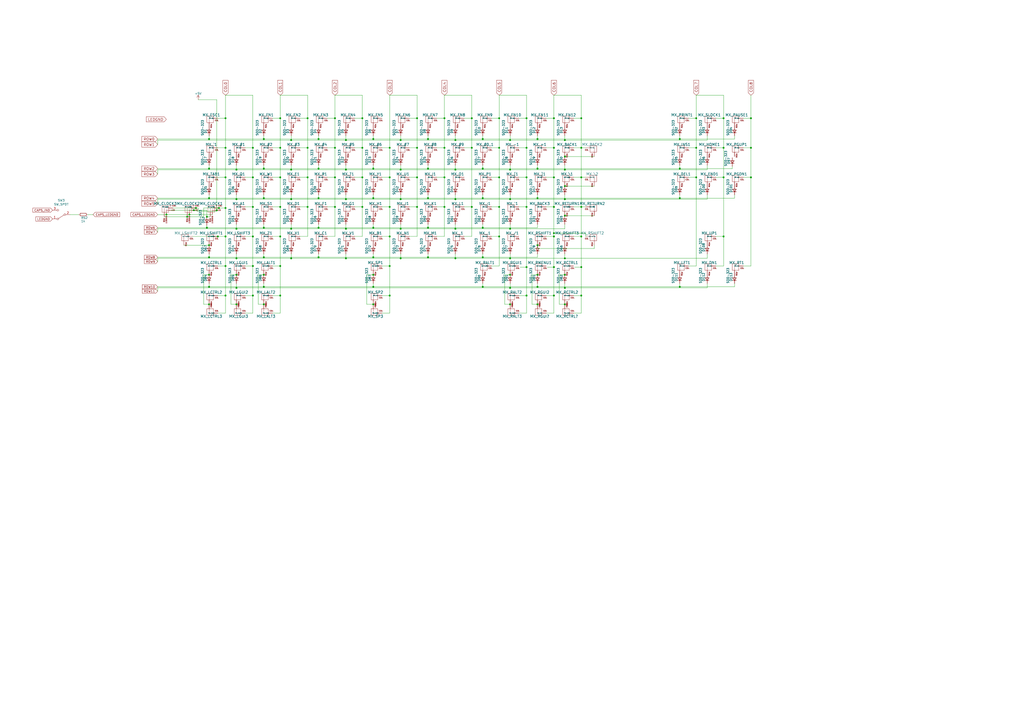
<source format=kicad_sch>
(kicad_sch (version 20211123) (generator eeschema)
  (paper "A2")
  (junction (at 337.185 171.45))
  (junction (at 153.035 80.645))
  (junction (at 321.31 85.725))
  (junction (at 168.91 98.425))
  (junction (at 241.935 68.58))
  (junction (at 146.685 120.015))
  (junction (at 337.185 68.58))
  (junction (at 295.91 115.57))
  (junction (at 120.015 132.08))
  (junction (at 264.16 132.715))
  (junction (at 226.06 171.45))
  (junction (at 226.06 102.87))
  (junction (at 327.66 81.28))
  (junction (at 295.91 132.715))
  (junction (at 137.16 149.86))
  (junction (at 113.665 120.65))
  (junction (at 241.935 102.87))
  (junction (at 295.91 149.86))
  (junction (at 327.66 176.53))
  (junction (at 337.185 120.015))
  (junction (at 137.16 167.005))
  (junction (at 280.035 132.08))
  (junction (at 184.785 80.645))
  (junction (at 327.66 125.095))
  (junction (at 153.035 132.08))
  (junction (at 178.435 85.725))
  (junction (at 248.285 97.79))
  (junction (at 130.81 120.65))
  (junction (at 226.06 85.725))
  (junction (at 168.91 132.715))
  (junction (at 108.585 125.73))
  (junction (at 280.035 80.645))
  (junction (at 311.785 114.935))
  (junction (at 168.91 115.57))
  (junction (at 121.285 142.24))
  (junction (at 273.685 68.58))
  (junction (at 264.16 81.28))
  (junction (at 289.56 120.015))
  (junction (at 311.785 80.645))
  (junction (at 435.61 102.87))
  (junction (at 162.56 171.45))
  (junction (at 337.185 85.725))
  (junction (at 153.035 149.225))
  (junction (at 295.91 167.005))
  (junction (at 232.41 149.86))
  (junction (at 280.035 166.37))
  (junction (at 184.785 97.79))
  (junction (at 130.81 137.16))
  (junction (at 264.16 98.425))
  (junction (at 273.685 85.725))
  (junction (at 311.785 159.385))
  (junction (at 216.535 176.53))
  (junction (at 126.365 137.16))
  (junction (at 394.335 166.37))
  (junction (at 394.335 80.645))
  (junction (at 121.285 176.53))
  (junction (at 394.335 114.935))
  (junction (at 121.285 97.79))
  (junction (at 264.16 149.86))
  (junction (at 289.56 102.87))
  (junction (at 153.035 114.935))
  (junction (at 153.035 97.79))
  (junction (at 321.31 68.58))
  (junction (at 130.81 68.58))
  (junction (at 226.06 137.16))
  (junction (at 435.61 85.725))
  (junction (at 216.535 149.225))
  (junction (at 403.86 85.725))
  (junction (at 200.66 115.57))
  (junction (at 121.285 80.645))
  (junction (at 137.16 115.57))
  (junction (at 210.185 120.015))
  (junction (at 305.435 102.87))
  (junction (at 321.31 102.87))
  (junction (at 216.535 132.08))
  (junction (at 168.91 81.28))
  (junction (at 137.16 159.385))
  (junction (at 419.735 102.87))
  (junction (at 321.31 171.45))
  (junction (at 241.935 85.725))
  (junction (at 121.285 114.935))
  (junction (at 403.86 68.58))
  (junction (at 137.16 132.715))
  (junction (at 311.785 97.79))
  (junction (at 146.685 137.16))
  (junction (at 216.535 80.645))
  (junction (at 305.435 120.015))
  (junction (at 394.335 97.79))
  (junction (at 248.285 132.08))
  (junction (at 153.035 176.53))
  (junction (at 311.785 166.37))
  (junction (at 248.285 80.645))
  (junction (at 130.81 154.305))
  (junction (at 337.185 154.94))
  (junction (at 327.66 107.95))
  (junction (at 226.06 154.305))
  (junction (at 289.56 68.58))
  (junction (at 321.31 137.16))
  (junction (at 109.855 124.46))
  (junction (at 146.685 171.45))
  (junction (at 121.285 159.385))
  (junction (at 216.535 166.37))
  (junction (at 248.285 149.225))
  (junction (at 232.41 132.715))
  (junction (at 327.66 90.805))
  (junction (at 232.41 98.425))
  (junction (at 200.66 81.28))
  (junction (at 321.31 120.015))
  (junction (at 419.735 85.725))
  (junction (at 305.435 85.725))
  (junction (at 121.285 149.225))
  (junction (at 337.185 137.16))
  (junction (at 194.31 85.725))
  (junction (at 295.91 81.28))
  (junction (at 280.035 114.935))
  (junction (at 200.66 149.86))
  (junction (at 232.41 81.28))
  (junction (at 327.66 167.005))
  (junction (at 146.685 154.305))
  (junction (at 184.785 149.225))
  (junction (at 327.66 98.425))
  (junction (at 241.935 120.015))
  (junction (at 280.035 97.79))
  (junction (at 178.435 102.87))
  (junction (at 184.785 132.08))
  (junction (at 289.56 85.725))
  (junction (at 305.435 68.58))
  (junction (at 311.785 142.24))
  (junction (at 178.435 68.58))
  (junction (at 210.185 85.725))
  (junction (at 435.61 68.58))
  (junction (at 112.395 121.92))
  (junction (at 162.56 120.015))
  (junction (at 216.535 114.935))
  (junction (at 321.31 135.255))
  (junction (at 127 120.65))
  (junction (at 216.535 97.79))
  (junction (at 146.685 102.87))
  (junction (at 280.035 149.225))
  (junction (at 257.81 85.725))
  (junction (at 216.535 159.385))
  (junction (at 96.52 124.46))
  (junction (at 130.81 171.45))
  (junction (at 121.285 166.37))
  (junction (at 153.035 166.37))
  (junction (at 210.185 68.58))
  (junction (at 146.685 85.725))
  (junction (at 257.81 120.015))
  (junction (at 178.435 120.015))
  (junction (at 194.31 102.87))
  (junction (at 184.785 114.935))
  (junction (at 200.66 98.425))
  (junction (at 257.81 68.58))
  (junction (at 295.91 159.385))
  (junction (at 419.735 68.58))
  (junction (at 305.435 171.45))
  (junction (at 264.16 115.57))
  (junction (at 419.735 137.16))
  (junction (at 120.015 125.73))
  (junction (at 295.91 176.53))
  (junction (at 273.685 120.015))
  (junction (at 137.16 176.53))
  (junction (at 153.035 159.385))
  (junction (at 162.56 85.725))
  (junction (at 125.73 121.92))
  (junction (at 162.56 137.16))
  (junction (at 162.56 68.58))
  (junction (at 327.66 149.86))
  (junction (at 130.81 102.87))
  (junction (at 226.06 120.015))
  (junction (at 162.56 102.87))
  (junction (at 162.56 154.305))
  (junction (at 311.785 176.53))
  (junction (at 337.185 102.87))
  (junction (at 289.56 137.16))
  (junction (at 321.31 154.94))
  (junction (at 248.285 114.935))
  (junction (at 327.66 115.57))
  (junction (at 210.185 102.87))
  (junction (at 194.31 120.015))
  (junction (at 232.41 115.57))
  (junction (at 130.81 85.725))
  (junction (at 305.435 154.94))
  (junction (at 403.86 102.87))
  (junction (at 194.31 68.58))
  (junction (at 257.81 102.87))
  (junction (at 168.91 149.86))
  (junction (at 200.66 132.715))
  (junction (at 295.91 98.425))
  (junction (at 327.66 159.385))
  (junction (at 137.16 98.425))
  (wire (pts (xy 280.035 95.885) (xy 280.035 97.79)))
  (wire (pts (xy 194.31 55.245) (xy 194.31 68.58)))
  (wire (pts (xy 142.24 137.16) (xy 146.685 137.16)))
  (wire (pts (xy 321.31 137.16) (xy 321.31 154.94)))
  (wire (pts (xy 173.99 68.58) (xy 178.435 68.58)))
  (wire (pts (xy 295.91 115.57) (xy 264.16 115.57)))
  (wire (pts (xy 121.92 125.73) (xy 120.015 125.73)))
  (wire (pts (xy 200.66 147.32) (xy 200.66 149.86)))
  (wire (pts (xy 273.685 120.015) (xy 273.685 137.16)))
  (wire (pts (xy 280.035 149.225) (xy 280.035 147.32)))
  (wire (pts (xy 332.74 68.58) (xy 337.185 68.58)))
  (wire (pts (xy 189.865 102.87) (xy 194.31 102.87)))
  (wire (pts (xy 292.735 176.53) (xy 295.91 176.53)))
  (wire (pts (xy 237.49 120.015) (xy 241.935 120.015)))
  (wire (pts (xy 339.725 85.725) (xy 337.185 85.725)))
  (wire (pts (xy 173.99 137.16) (xy 178.435 137.16)))
  (wire (pts (xy 142.24 120.015) (xy 146.685 120.015)))
  (wire (pts (xy 344.805 142.24) (xy 344.805 144.145)))
  (wire (pts (xy 216.535 176.53) (xy 212.725 176.53)))
  (wire (pts (xy 126.365 85.725) (xy 130.81 85.725)))
  (wire (pts (xy 415.29 68.58) (xy 419.735 68.58)))
  (wire (pts (xy 332.74 181.61) (xy 337.185 181.61)))
  (wire (pts (xy 158.115 102.87) (xy 162.56 102.87)))
  (wire (pts (xy 311.785 97.79) (xy 394.335 97.79)))
  (wire (pts (xy 121.285 113.03) (xy 121.285 114.935)))
  (wire (pts (xy 321.31 181.61) (xy 321.31 171.45)))
  (wire (pts (xy 91.44 115.57) (xy 137.16 115.57)))
  (wire (pts (xy 142.24 181.61) (xy 146.685 181.61)))
  (wire (pts (xy 194.31 120.015) (xy 194.31 137.16)))
  (wire (pts (xy 118.11 125.73) (xy 108.585 125.73)))
  (wire (pts (xy 194.31 68.58) (xy 194.31 85.725)))
  (wire (pts (xy 184.785 95.885) (xy 184.785 97.79)))
  (wire (pts (xy 264.16 98.425) (xy 232.41 98.425)))
  (wire (pts (xy 216.535 132.08) (xy 248.285 132.08)))
  (wire (pts (xy 153.035 164.465) (xy 153.035 166.37)))
  (wire (pts (xy 120.015 125.73) (xy 120.015 121.92)))
  (wire (pts (xy 241.935 68.58) (xy 241.935 85.725)))
  (wire (pts (xy 200.66 113.03) (xy 200.66 115.57)))
  (wire (pts (xy 149.86 176.53) (xy 149.86 159.385)))
  (wire (pts (xy 311.785 166.37) (xy 394.335 166.37)))
  (wire (pts (xy 300.99 102.87) (xy 305.435 102.87)))
  (wire (pts (xy 142.24 85.725) (xy 146.685 85.725)))
  (wire (pts (xy 158.115 68.58) (xy 162.56 68.58)))
  (wire (pts (xy 173.99 120.015) (xy 178.435 120.015)))
  (wire (pts (xy 285.115 154.305) (xy 289.56 154.305)))
  (wire (pts (xy 305.435 102.87) (xy 305.435 120.015)))
  (wire (pts (xy 168.91 115.57) (xy 137.16 115.57)))
  (wire (pts (xy 316.865 85.725) (xy 321.31 85.725)))
  (wire (pts (xy 419.735 102.87) (xy 419.735 137.16)))
  (wire (pts (xy 184.785 113.03) (xy 184.785 114.935)))
  (wire (pts (xy 96.52 124.46) (xy 109.855 124.46)))
  (wire (pts (xy 221.615 85.725) (xy 226.06 85.725)))
  (wire (pts (xy 168.91 98.425) (xy 137.16 98.425)))
  (wire (pts (xy 273.685 55.245) (xy 273.685 68.58)))
  (wire (pts (xy 118.11 159.385) (xy 118.11 176.53)))
  (wire (pts (xy 91.44 81.28) (xy 168.91 81.28)))
  (wire (pts (xy 130.81 102.87) (xy 130.81 120.65)))
  (wire (pts (xy 121.285 149.225) (xy 153.035 149.225)))
  (wire (pts (xy 237.49 137.16) (xy 241.935 137.16)))
  (wire (pts (xy 327.66 149.86) (xy 295.91 149.86)))
  (wire (pts (xy 118.11 159.385) (xy 121.285 159.385)))
  (wire (pts (xy 137.16 167.005) (xy 295.91 167.005)))
  (wire (pts (xy 237.49 102.87) (xy 241.935 102.87)))
  (wire (pts (xy 162.56 102.87) (xy 162.56 120.015)))
  (wire (pts (xy 344.805 144.145) (xy 311.785 144.145)))
  (wire (pts (xy 121.285 78.74) (xy 121.285 80.645)))
  (wire (pts (xy 327.66 115.57) (xy 410.21 115.57)))
  (wire (pts (xy 226.06 154.305) (xy 226.06 171.45)))
  (wire (pts (xy 153.035 149.225) (xy 184.785 149.225)))
  (wire (pts (xy 264.16 95.885) (xy 264.16 98.425)))
  (wire (pts (xy 410.21 95.885) (xy 410.21 98.425)))
  (wire (pts (xy 289.56 137.16) (xy 289.56 154.305)))
  (wire (pts (xy 137.16 130.175) (xy 137.16 132.715)))
  (wire (pts (xy 248.285 149.225) (xy 280.035 149.225)))
  (wire (pts (xy 327.66 132.715) (xy 327.66 130.175)))
  (wire (pts (xy 295.91 147.32) (xy 295.91 149.86)))
  (wire (pts (xy 311.785 164.465) (xy 311.785 166.37)))
  (wire (pts (xy 158.115 120.015) (xy 162.56 120.015)))
  (wire (pts (xy 253.365 85.725) (xy 257.81 85.725)))
  (wire (pts (xy 333.375 154.94) (xy 337.185 154.94)))
  (wire (pts (xy 126.365 154.305) (xy 130.81 154.305)))
  (wire (pts (xy 184.785 97.79) (xy 216.535 97.79)))
  (wire (pts (xy 133.985 159.385) (xy 137.16 159.385)))
  (wire (pts (xy 189.865 120.015) (xy 194.31 120.015)))
  (wire (pts (xy 394.335 166.37) (xy 426.085 166.37)))
  (wire (pts (xy 399.415 102.87) (xy 403.86 102.87)))
  (wire (pts (xy 321.31 120.015) (xy 321.31 135.255)))
  (wire (pts (xy 324.485 159.385) (xy 327.66 159.385)))
  (wire (pts (xy 216.535 97.79) (xy 248.285 97.79)))
  (wire (pts (xy 264.16 113.03) (xy 264.16 115.57)))
  (wire (pts (xy 403.86 102.87) (xy 403.86 154.305)))
  (wire (pts (xy 168.91 95.885) (xy 168.91 98.425)))
  (wire (pts (xy 200.66 115.57) (xy 168.91 115.57)))
  (wire (pts (xy 339.725 102.87) (xy 337.185 102.87)))
  (wire (pts (xy 226.06 55.245) (xy 226.06 85.725)))
  (wire (pts (xy 158.115 171.45) (xy 162.56 171.45)))
  (wire (pts (xy 273.685 68.58) (xy 273.685 85.725)))
  (wire (pts (xy 232.41 132.715) (xy 200.66 132.715)))
  (wire (pts (xy 419.735 137.16) (xy 419.735 154.305)))
  (wire (pts (xy 316.865 137.16) (xy 321.31 137.16)))
  (wire (pts (xy 321.31 102.87) (xy 321.31 120.015)))
  (wire (pts (xy 137.16 149.86) (xy 91.44 149.86)))
  (wire (pts (xy 337.185 68.58) (xy 337.185 85.725)))
  (wire (pts (xy 168.91 132.715) (xy 137.16 132.715)))
  (wire (pts (xy 253.365 137.16) (xy 257.81 137.16)))
  (wire (pts (xy 410.21 147.32) (xy 410.21 149.86)))
  (wire (pts (xy 153.035 97.79) (xy 184.785 97.79)))
  (wire (pts (xy 232.41 113.03) (xy 232.41 115.57)))
  (wire (pts (xy 337.185 137.16) (xy 337.185 154.94)))
  (wire (pts (xy 410.21 78.74) (xy 410.21 81.28)))
  (wire (pts (xy 146.685 137.16) (xy 146.685 154.305)))
  (wire (pts (xy 305.435 85.725) (xy 305.435 102.87)))
  (wire (pts (xy 321.31 55.245) (xy 321.31 68.58)))
  (wire (pts (xy 125.73 57.785) (xy 114.935 57.785)))
  (wire (pts (xy 137.16 113.03) (xy 137.16 115.57)))
  (wire (pts (xy 337.185 154.94) (xy 337.185 171.45)))
  (wire (pts (xy 327.66 125.095) (xy 344.805 125.095)))
  (wire (pts (xy 158.115 154.305) (xy 162.56 154.305)))
  (wire (pts (xy 168.91 149.86) (xy 137.16 149.86)))
  (wire (pts (xy 109.855 124.46) (xy 123.19 124.46)))
  (wire (pts (xy 200.66 95.885) (xy 200.66 98.425)))
  (wire (pts (xy 153.035 80.645) (xy 184.785 80.645)))
  (wire (pts (xy 399.415 85.725) (xy 403.86 85.725)))
  (wire (pts (xy 295.91 95.885) (xy 295.91 98.425)))
  (wire (pts (xy 130.81 68.58) (xy 130.81 85.725)))
  (wire (pts (xy 280.035 164.465) (xy 280.035 166.37)))
  (wire (pts (xy 399.415 68.58) (xy 403.86 68.58)))
  (wire (pts (xy 184.785 78.74) (xy 184.785 80.645)))
  (wire (pts (xy 212.725 176.53) (xy 212.725 159.385)))
  (wire (pts (xy 126.365 68.58) (xy 130.81 68.58)))
  (wire (pts (xy 91.44 114.935) (xy 121.285 114.935)))
  (wire (pts (xy 162.56 120.015) (xy 162.56 137.16)))
  (wire (pts (xy 300.99 171.45) (xy 305.435 171.45)))
  (wire (pts (xy 327.66 98.425) (xy 410.21 98.425)))
  (wire (pts (xy 95.25 125.73) (xy 108.585 125.73)))
  (wire (pts (xy 295.91 149.86) (xy 264.16 149.86)))
  (wire (pts (xy 292.735 159.385) (xy 292.735 176.53)))
  (wire (pts (xy 435.61 85.725) (xy 435.61 102.87)))
  (wire (pts (xy 295.91 130.175) (xy 295.91 132.715)))
  (wire (pts (xy 419.735 68.58) (xy 419.735 85.725)))
  (wire (pts (xy 212.725 159.385) (xy 216.535 159.385)))
  (wire (pts (xy 264.16 81.28) (xy 232.41 81.28)))
  (wire (pts (xy 184.785 130.175) (xy 184.785 132.08)))
  (wire (pts (xy 216.535 166.37) (xy 153.035 166.37)))
  (wire (pts (xy 130.81 154.305) (xy 130.81 171.45)))
  (wire (pts (xy 248.285 130.175) (xy 248.285 132.08)))
  (wire (pts (xy 100.33 120.65) (xy 113.665 120.65)))
  (wire (pts (xy 189.865 68.58) (xy 194.31 68.58)))
  (wire (pts (xy 269.24 120.015) (xy 273.685 120.015)))
  (wire (pts (xy 248.285 80.645) (xy 280.035 80.645)))
  (wire (pts (xy 111.76 137.16) (xy 126.365 137.16)))
  (wire (pts (xy 114.3 121.92) (xy 114.3 122.555)))
  (wire (pts (xy 91.44 118.11) (xy 91.44 115.57)))
  (wire (pts (xy 153.035 149.225) (xy 153.035 147.32)))
  (wire (pts (xy 324.485 176.53) (xy 324.485 159.385)))
  (wire (pts (xy 216.535 78.74) (xy 216.535 80.645)))
  (wire (pts (xy 305.435 181.61) (xy 305.435 171.45)))
  (wire (pts (xy 431.165 68.58) (xy 435.61 68.58)))
  (wire (pts (xy 426.085 166.37) (xy 426.085 164.465)))
  (wire (pts (xy 248.285 78.74) (xy 248.285 80.645)))
  (wire (pts (xy 311.785 113.03) (xy 311.785 114.935)))
  (wire (pts (xy 226.06 137.16) (xy 226.06 154.305)))
  (wire (pts (xy 216.535 114.935) (xy 248.285 114.935)))
  (wire (pts (xy 137.16 132.715) (xy 91.44 132.715)))
  (wire (pts (xy 232.41 115.57) (xy 200.66 115.57)))
  (wire (pts (xy 295.91 164.465) (xy 295.91 167.005)))
  (wire (pts (xy 184.785 132.08) (xy 216.535 132.08)))
  (wire (pts (xy 91.44 124.46) (xy 96.52 124.46)))
  (wire (pts (xy 137.16 95.885) (xy 137.16 98.425)))
  (wire (pts (xy 305.435 171.45) (xy 305.435 154.94)))
  (wire (pts (xy 121.285 97.79) (xy 153.035 97.79)))
  (wire (pts (xy 264.16 115.57) (xy 232.41 115.57)))
  (wire (pts (xy 232.41 81.28) (xy 200.66 81.28)))
  (wire (pts (xy 146.685 85.725) (xy 146.685 102.87)))
  (wire (pts (xy 200.66 98.425) (xy 168.91 98.425)))
  (wire (pts (xy 305.435 120.015) (xy 305.435 154.94)))
  (wire (pts (xy 403.86 55.245) (xy 403.86 68.58)))
  (wire (pts (xy 321.31 85.725) (xy 321.31 102.87)))
  (wire (pts (xy 321.31 68.58) (xy 321.31 85.725)))
  (wire (pts (xy 305.435 154.94) (xy 301.625 154.94)))
  (wire (pts (xy 264.16 130.175) (xy 264.16 132.715)))
  (wire (pts (xy 120.015 132.08) (xy 153.035 132.08)))
  (wire (pts (xy 280.035 130.175) (xy 280.035 132.08)))
  (wire (pts (xy 91.44 132.715) (xy 91.44 134.62)))
  (wire (pts (xy 210.185 55.245) (xy 210.185 68.58)))
  (wire (pts (xy 216.535 149.225) (xy 216.535 147.32)))
  (wire (pts (xy 241.935 102.87) (xy 241.935 120.015)))
  (wire (pts (xy 216.535 80.645) (xy 248.285 80.645)))
  (wire (pts (xy 162.56 85.725) (xy 162.56 102.87)))
  (wire (pts (xy 91.44 166.37) (xy 121.285 166.37)))
  (wire (pts (xy 91.44 98.425) (xy 91.44 100.965)))
  (wire (pts (xy 200.66 132.715) (xy 168.91 132.715)))
  (wire (pts (xy 327.66 149.86) (xy 410.21 149.86)))
  (wire (pts (xy 118.11 120.65) (xy 127 120.65)))
  (wire (pts (xy 431.165 154.305) (xy 435.61 154.305)))
  (wire (pts (xy 149.86 159.385) (xy 153.035 159.385)))
  (wire (pts (xy 332.74 102.87) (xy 337.185 102.87)))
  (wire (pts (xy 248.285 113.03) (xy 248.285 114.935)))
  (wire (pts (xy 394.335 114.935) (xy 394.335 113.03)))
  (wire (pts (xy 269.24 68.58) (xy 273.685 68.58)))
  (wire (pts (xy 221.615 120.015) (xy 226.06 120.015)))
  (wire (pts (xy 200.66 130.175) (xy 200.66 132.715)))
  (wire (pts (xy 394.335 114.935) (xy 426.085 114.935)))
  (wire (pts (xy 311.785 144.145) (xy 311.785 142.24)))
  (wire (pts (xy 264.16 78.74) (xy 264.16 81.28)))
  (wire (pts (xy 158.115 181.61) (xy 162.56 181.61)))
  (wire (pts (xy 257.81 68.58) (xy 257.81 85.725)))
  (wire (pts (xy 419.735 55.245) (xy 419.735 68.58)))
  (wire (pts (xy 173.99 85.725) (xy 178.435 85.725)))
  (wire (pts (xy 168.91 78.74) (xy 168.91 81.28)))
  (wire (pts (xy 285.115 68.58) (xy 289.56 68.58)))
  (wire (pts (xy 127 120.65) (xy 130.81 120.65)))
  (wire (pts (xy 300.99 181.61) (xy 305.435 181.61)))
  (wire (pts (xy 121.285 166.37) (xy 153.035 166.37)))
  (wire (pts (xy 205.74 137.16) (xy 210.185 137.16)))
  (wire (pts (xy 194.31 137.16) (xy 189.865 137.16)))
  (wire (pts (xy 394.335 80.645) (xy 426.085 80.645)))
  (wire (pts (xy 137.16 164.465) (xy 137.16 167.005)))
  (wire (pts (xy 137.16 147.32) (xy 137.16 149.86)))
  (wire (pts (xy 311.785 78.74) (xy 311.785 80.645)))
  (wire (pts (xy 257.81 85.725) (xy 257.81 102.87)))
  (wire (pts (xy 130.81 137.16) (xy 130.81 154.305)))
  (wire (pts (xy 40.64 124.46) (xy 45.72 124.46)))
  (wire (pts (xy 162.56 55.245) (xy 162.56 68.58)))
  (wire (pts (xy 289.56 85.725) (xy 289.56 102.87)))
  (wire (pts (xy 289.56 55.245) (xy 305.435 55.245)))
  (wire (pts (xy 162.56 55.245) (xy 178.435 55.245)))
  (wire (pts (xy 415.29 154.305) (xy 419.735 154.305)))
  (wire (pts (xy 146.685 181.61) (xy 146.685 171.45)))
  (wire (pts (xy 130.81 120.65) (xy 130.81 137.16)))
  (wire (pts (xy 121.285 149.225) (xy 91.44 149.225)))
  (wire (pts (xy 210.185 102.87) (xy 210.185 120.015)))
  (wire (pts (xy 399.415 154.305) (xy 403.86 154.305)))
  (wire (pts (xy 257.81 55.245) (xy 273.685 55.245)))
  (wire (pts (xy 99.06 121.92) (xy 112.395 121.92)))
  (wire (pts (xy 257.81 102.87) (xy 257.81 120.015)))
  (wire (pts (xy 158.115 137.16) (xy 162.56 137.16)))
  (wire (pts (xy 216.535 95.885) (xy 216.535 97.79)))
  (wire (pts (xy 248.285 149.225) (xy 248.285 147.32)))
  (wire (pts (xy 285.115 102.87) (xy 289.56 102.87)))
  (wire (pts (xy 184.785 80.645) (xy 216.535 80.645)))
  (wire (pts (xy 316.865 181.61) (xy 321.31 181.61)))
  (wire (pts (xy 241.935 85.725) (xy 241.935 102.87)))
  (wire (pts (xy 189.865 85.725) (xy 194.31 85.725)))
  (wire (pts (xy 264.16 132.715) (xy 232.41 132.715)))
  (wire (pts (xy 153.035 95.885) (xy 153.035 97.79)))
  (wire (pts (xy 130.81 171.45) (xy 126.365 171.45)))
  (wire (pts (xy 210.185 85.725) (xy 210.185 102.87)))
  (wire (pts (xy 50.8 124.46) (xy 53.975 124.46)))
  (wire (pts (xy 216.535 113.03) (xy 216.535 114.935)))
  (wire (pts (xy 226.06 55.245) (xy 241.935 55.245)))
  (wire (pts (xy 316.865 102.87) (xy 321.31 102.87)))
  (wire (pts (xy 194.31 102.87) (xy 194.31 120.015)))
  (wire (pts (xy 308.61 176.53) (xy 308.61 159.385)))
  (wire (pts (xy 126.365 181.61) (xy 130.81 181.61)))
  (wire (pts (xy 184.785 149.225) (xy 216.535 149.225)))
  (wire (pts (xy 226.06 102.87) (xy 226.06 120.015)))
  (wire (pts (xy 241.935 120.015) (xy 241.935 137.16)))
  (wire (pts (xy 403.86 68.58) (xy 403.86 85.725)))
  (wire (pts (xy 232.41 95.885) (xy 232.41 98.425)))
  (wire (pts (xy 280.035 149.225) (xy 311.785 149.225)))
  (wire (pts (xy 248.285 114.935) (xy 280.035 114.935)))
  (wire (pts (xy 289.56 102.87) (xy 289.56 120.015)))
  (wire (pts (xy 327.66 95.885) (xy 327.66 98.425)))
  (wire (pts (xy 311.785 149.225) (xy 311.785 147.32)))
  (wire (pts (xy 316.865 171.45) (xy 321.31 171.45)))
  (wire (pts (xy 308.61 159.385) (xy 311.785 159.385)))
  (wire (pts (xy 232.41 149.86) (xy 200.66 149.86)))
  (wire (pts (xy 280.035 114.935) (xy 311.785 114.935)))
  (wire (pts (xy 130.81 55.245) (xy 130.81 68.58)))
  (wire (pts (xy 205.74 68.58) (xy 210.185 68.58)))
  (wire (pts (xy 120.015 121.92) (xy 114.935 121.92)))
  (wire (pts (xy 162.56 154.305) (xy 162.56 171.45)))
  (wire (pts (xy 426.085 80.645) (xy 426.085 78.74)))
  (wire (pts (xy 153.035 132.08) (xy 184.785 132.08)))
  (wire (pts (xy 289.56 68.58) (xy 289.56 85.725)))
  (wire (pts (xy 327.66 164.465) (xy 327.66 167.005)))
  (wire (pts (xy 106.68 142.24) (xy 121.285 142.24)))
  (wire (pts (xy 311.785 176.53) (xy 308.61 176.53)))
  (wire (pts (xy 221.615 102.87) (xy 226.06 102.87)))
  (wire (pts (xy 415.29 102.87) (xy 419.735 102.87)))
  (wire (pts (xy 264.16 147.32) (xy 264.16 149.86)))
  (wire (pts (xy 121.285 80.645) (xy 91.44 80.645)))
  (wire (pts (xy 316.865 68.58) (xy 321.31 68.58)))
  (wire (pts (xy 273.685 85.725) (xy 273.685 120.015)))
  (wire (pts (xy 253.365 68.58) (xy 257.81 68.58)))
  (wire (pts (xy 327.66 176.53) (xy 324.485 176.53)))
  (wire (pts (xy 205.74 85.725) (xy 210.185 85.725)))
  (wire (pts (xy 253.365 102.87) (xy 257.81 102.87)))
  (wire (pts (xy 232.41 78.74) (xy 232.41 81.28)))
  (wire (pts (xy 300.99 120.015) (xy 305.435 120.015)))
  (wire (pts (xy 146.685 102.87) (xy 146.685 120.015)))
  (wire (pts (xy 216.535 164.465) (xy 216.535 166.37)))
  (wire (pts (xy 435.61 102.87) (xy 435.61 154.305)))
  (wire (pts (xy 153.035 78.74) (xy 153.035 80.645)))
  (wire (pts (xy 305.435 68.58) (xy 305.435 85.725)))
  (wire (pts (xy 221.615 137.16) (xy 226.06 137.16)))
  (wire (pts (xy 327.66 78.74) (xy 327.66 81.28)))
  (wire (pts (xy 121.285 95.885) (xy 121.285 97.79)))
  (wire (pts (xy 394.335 97.79) (xy 424.815 97.79)))
  (wire (pts (xy 120.015 130.81) (xy 120.015 132.08)))
  (wire (pts (xy 327.66 107.95) (xy 344.805 107.95)))
  (wire (pts (xy 280.035 80.645) (xy 311.785 80.645)))
  (wire (pts (xy 146.685 154.305) (xy 146.685 171.45)))
  (wire (pts (xy 316.865 120.015) (xy 321.31 120.015)))
  (wire (pts (xy 142.24 102.87) (xy 146.685 102.87)))
  (wire (pts (xy 280.035 113.03) (xy 280.035 114.935)))
  (wire (pts (xy 339.725 135.255) (xy 321.31 135.255)))
  (wire (pts (xy 295.91 113.03) (xy 295.91 115.57)))
  (wire (pts (xy 178.435 55.245) (xy 178.435 68.58)))
  (wire (pts (xy 178.435 120.015) (xy 178.435 137.16)))
  (wire (pts (xy 424.815 97.79) (xy 424.815 96.52)))
  (wire (pts (xy 257.81 120.015) (xy 257.81 137.16)))
  (wire (pts (xy 146.685 120.015) (xy 146.685 137.16)))
  (wire (pts (xy 403.86 85.725) (xy 403.86 102.87)))
  (wire (pts (xy 126.365 137.16) (xy 130.81 137.16)))
  (wire (pts (xy 168.91 130.175) (xy 168.91 132.715)))
  (wire (pts (xy 289.56 120.015) (xy 289.56 137.16)))
  (wire (pts (xy 168.91 147.32) (xy 168.91 149.86)))
  (wire (pts (xy 121.285 147.32) (xy 121.285 149.225)))
  (wire (pts (xy 221.615 181.61) (xy 226.06 181.61)))
  (wire (pts (xy 91.44 97.79) (xy 121.285 97.79)))
  (wire (pts (xy 226.06 120.015) (xy 226.06 137.16)))
  (wire (pts (xy 153.035 130.175) (xy 153.035 132.08)))
  (wire (pts (xy 216.535 130.175) (xy 216.535 132.08)))
  (wire (pts (xy 285.115 120.015) (xy 289.56 120.015)))
  (wire (pts (xy 137.16 98.425) (xy 91.44 98.425)))
  (wire (pts (xy 114.3 122.555) (xy 125.73 122.555)))
  (wire (pts (xy 321.31 154.94) (xy 317.5 154.94)))
  (wire (pts (xy 232.41 147.32) (xy 232.41 149.86)))
  (wire (pts (xy 280.035 166.37) (xy 216.535 166.37)))
  (wire (pts (xy 232.41 130.175) (xy 232.41 132.715)))
  (wire (pts (xy 419.735 85.725) (xy 419.735 102.87)))
  (wire (pts (xy 426.085 114.935) (xy 426.085 113.03)))
  (wire (pts (xy 241.935 55.245) (xy 241.935 68.58)))
  (wire (pts (xy 142.24 171.45) (xy 146.685 171.45)))
  (wire (pts (xy 121.285 166.37) (xy 121.285 164.465)))
  (wire (pts (xy 153.035 113.03) (xy 153.035 114.935)))
  (wire (pts (xy 327.66 81.28) (xy 410.21 81.28)))
  (wire (pts (xy 162.56 137.16) (xy 162.56 154.305)))
  (wire (pts (xy 280.035 132.08) (xy 311.785 132.08)))
  (wire (pts (xy 339.725 120.015) (xy 337.185 120.015)))
  (wire (pts (xy 327.66 115.57) (xy 295.91 115.57)))
  (wire (pts (xy 280.035 97.79) (xy 311.785 97.79)))
  (wire (pts (xy 178.435 68.58) (xy 178.435 85.725)))
  (wire (pts (xy 394.335 80.645) (xy 394.335 78.74)))
  (wire (pts (xy 295.91 81.28) (xy 264.16 81.28)))
  (wire (pts (xy 237.49 85.725) (xy 241.935 85.725)))
  (wire (pts (xy 112.395 121.92) (xy 114.3 121.92)))
  (wire (pts (xy 321.31 171.45) (xy 321.31 154.94)))
  (wire (pts (xy 327.66 167.005) (xy 295.91 167.005)))
  (wire (pts (xy 410.21 164.465) (xy 410.21 167.005)))
  (wire (pts (xy 200.66 81.28) (xy 168.91 81.28)))
  (wire (pts (xy 173.99 102.87) (xy 178.435 102.87)))
  (wire (pts (xy 130.81 85.725) (xy 130.81 102.87)))
  (wire (pts (xy 289.56 55.245) (xy 289.56 68.58)))
  (wire (pts (xy 327.66 98.425) (xy 295.91 98.425)))
  (wire (pts (xy 415.29 85.725) (xy 419.735 85.725)))
  (wire (pts (xy 91.44 167.005) (xy 137.16 167.005)))
  (wire (pts (xy 321.31 55.245) (xy 337.185 55.245)))
  (wire (pts (xy 91.44 132.08) (xy 120.015 132.08)))
  (wire (pts (xy 162.56 171.45) (xy 162.56 181.61)))
  (wire (pts (xy 295.91 132.715) (xy 264.16 132.715)))
  (wire (pts (xy 226.06 181.61) (xy 226.06 171.45)))
  (wire (pts (xy 337.185 55.245) (xy 337.185 68.58)))
  (wire (pts (xy 337.185 171.45) (xy 337.185 181.61)))
  (wire (pts (xy 130.81 55.245) (xy 146.685 55.245)))
  (wire (pts (xy 300.99 68.58) (xy 305.435 68.58)))
  (wire (pts (xy 311.785 132.08) (xy 311.785 130.175)))
  (wire (pts (xy 311.785 114.935) (xy 394.335 114.935)))
  (wire (pts (xy 431.165 85.725) (xy 435.61 85.725)))
  (wire (pts (xy 194.31 85.725) (xy 194.31 102.87)))
  (wire (pts (xy 210.185 68.58) (xy 210.185 85.725)))
  (wire (pts (xy 200.66 149.86) (xy 168.91 149.86)))
  (wire (pts (xy 295.91 159.385) (xy 292.735 159.385)))
  (wire (pts (xy 332.74 137.16) (xy 337.185 137.16)))
  (wire (pts (xy 248.285 132.08) (xy 280.035 132.08)))
  (wire (pts (xy 394.335 97.79) (xy 394.335 95.885)))
  (wire (pts (xy 327.66 113.03) (xy 327.66 115.57)))
  (wire (pts (xy 237.49 68.58) (xy 241.935 68.58)))
  (wire (pts (xy 285.115 137.16) (xy 289.56 137.16)))
  (wire (pts (xy 178.435 85.725) (xy 178.435 102.87)))
  (wire (pts (xy 410.21 113.03) (xy 410.21 115.57)))
  (wire (pts (xy 194.31 55.245) (xy 210.185 55.245)))
  (wire (pts (xy 311.785 80.645) (xy 394.335 80.645)))
  (wire (pts (xy 327.66 167.005) (xy 410.21 167.005)))
  (wire (pts (xy 168.91 113.03) (xy 168.91 115.57)))
  (wire (pts (xy 285.115 85.725) (xy 289.56 85.725)))
  (wire (pts (xy 248.285 97.79) (xy 280.035 97.79)))
  (wire (pts (xy 114.935 121.92) (xy 114.935 120.65)))
  (wire (pts (xy 431.165 102.87) (xy 435.61 102.87)))
  (wire (pts (xy 142.24 154.305) (xy 146.685 154.305)))
  (wire (pts (xy 332.74 85.725) (xy 337.185 85.725)))
  (wire (pts (xy 435.61 68.58) (xy 435.61 85.725)))
  (wire (pts (xy 257.81 55.245) (xy 257.81 68.58)))
  (wire (pts (xy 337.185 85.725) (xy 337.185 102.87)))
  (wire (pts (xy 280.035 166.37) (xy 311.785 166.37)))
  (wire (pts (xy 200.66 78.74) (xy 200.66 81.28)))
  (wire (pts (xy 221.615 154.305) (xy 226.06 154.305)))
  (wire (pts (xy 216.535 149.225) (xy 248.285 149.225)))
  (wire (pts (xy 221.615 171.45) (xy 226.06 171.45)))
  (wire (pts (xy 337.185 120.015) (xy 337.185 137.16)))
  (wire (pts (xy 305.435 55.245) (xy 305.435 68.58)))
  (wire (pts (xy 91.44 149.86) (xy 91.44 151.765)))
  (wire (pts (xy 394.335 166.37) (xy 394.335 164.465)))
  (wire (pts (xy 118.11 176.53) (xy 121.285 176.53)))
  (wire (pts (xy 253.365 120.015) (xy 257.81 120.015)))
  (wire (pts (xy 146.685 55.245) (xy 146.685 85.725)))
  (wire (pts (xy 327.66 81.28) (xy 295.91 81.28)))
  (wire (pts (xy 295.91 78.74) (xy 295.91 81.28)))
  (wire (pts (xy 118.11 120.65) (xy 118.11 125.73)))
  (wire (pts (xy 205.74 102.87) (xy 210.185 102.87)))
  (wire (pts (xy 184.785 149.225) (xy 184.785 147.32)))
  (wire (pts (xy 153.035 176.53) (xy 149.86 176.53)))
  (wire (pts (xy 158.115 85.725) (xy 162.56 85.725)))
  (wire (pts (xy 210.185 120.015) (xy 210.185 137.16)))
  (wire (pts (xy 337.185 102.87) (xy 337.185 120.015)))
  (wire (pts (xy 403.86 55.245) (xy 419.735 55.245)))
  (wire (pts (xy 125.73 57.785) (xy 125.73 121.92)))
  (wire (pts (xy 226.06 85.725) (xy 226.06 102.87)))
  (wire (pts (xy 153.035 80.645) (xy 121.285 80.645)))
  (wire (pts (xy 137.16 176.53) (xy 133.985 176.53)))
  (wire (pts (xy 184.785 114.935) (xy 216.535 114.935)))
  (wire (pts (xy 327.66 90.805) (xy 344.805 90.805)))
  (wire (pts (xy 327.66 132.715) (xy 295.91 132.715)))
  (wire (pts (xy 435.61 55.245) (xy 435.61 68.58)))
  (wire (pts (xy 339.725 135.255) (xy 339.725 137.16)))
  (wire (pts (xy 205.74 120.015) (xy 210.185 120.015)))
  (wire (pts (xy 162.56 68.58) (xy 162.56 85.725)))
  (wire (pts (xy 114.935 120.65) (xy 113.665 120.65)))
  (wire (pts (xy 126.365 102.87) (xy 130.81 102.87)))
  (wire (pts (xy 332.74 171.45) (xy 337.185 171.45)))
  (wire (pts (xy 321.31 135.255) (xy 321.31 137.16)))
  (wire (pts (xy 91.44 167.005) (xy 91.44 168.91)))
  (wire (pts (xy 248.285 95.885) (xy 248.285 97.79)))
  (wire (pts (xy 153.035 114.935) (xy 184.785 114.935)))
  (wire (pts (xy 300.99 85.725) (xy 305.435 85.725)))
  (wire (pts (xy 264.16 149.86) (xy 232.41 149.86)))
  (wire (pts (xy 178.435 102.87) (xy 178.435 120.015)))
  (wire (pts (xy 269.24 85.725) (xy 273.685 85.725)))
  (wire (pts (xy 232.41 98.425) (xy 200.66 98.425)))
  (wire (pts (xy 269.24 137.16) (xy 273.685 137.16)))
  (wire (pts (xy 311.785 95.885) (xy 311.785 97.79)))
  (wire (pts (xy 133.985 176.53) (xy 133.985 159.385)))
  (wire (pts (xy 125.73 121.92) (xy 125.73 122.555)))
  (wire (pts (xy 91.44 83.82) (xy 91.44 81.28)))
  (wire (pts (xy 415.29 137.16) (xy 419.735 137.16)))
  (wire (pts (xy 295.91 98.425) (xy 264.16 98.425)))
  (wire (pts (xy 327.66 147.32) (xy 327.66 149.86)))
  (wire (pts (xy 332.74 120.015) (xy 337.185 120.015)))
  (wire (pts (xy 130.81 181.61) (xy 130.81 171.45)))
  (wire (pts (xy 121.285 114.935) (xy 153.035 114.935)))
  (wire (pts (xy 280.035 78.74) (xy 280.035 80.645)))
  (global_label "LEDGND" (shape input) (at 96.52 69.215 180) (effects (font (size 1.524 1.524))) (property "Intersheet References" "${INTERSHEET_REFS}" (effects hide)))
  (global_label "COL2" (shape input) (at 194.31 55.245 90) (effects (font (size 1.524 1.524))) (property "Intersheet References" "${INTERSHEET_REFS}" (effects hide)))
  (global_label "LEDGND" (shape input) (at 30.48 127 180) (property "Intersheet References" "${INTERSHEET_REFS}" (effects hide)))
  (global_label "ROW3" (shape input) (at 91.44 100.965 180) (effects (font (size 1.524 1.524))) (property "Intersheet References" "${INTERSHEET_REFS}" (effects hide)))
  (global_label "ROW6" (shape input) (at 91.44 132.08 180) (property "Intersheet References" "${INTERSHEET_REFS}" (effects hide)))
  (global_label "COL4" (shape input) (at 257.81 55.245 90) (effects (font (size 1.524 1.524))) (property "Intersheet References" "${INTERSHEET_REFS}" (effects hide)))
  (global_label "CAPS_LEDGND" (shape input) (at 53.975 124.46 0) (property "Intersheet References" "${INTERSHEET_REFS}" (effects hide)))
  (global_label "COL6" (shape input) (at 321.31 55.245 90) (effects (font (size 1.524 1.524))) (property "Intersheet References" "${INTERSHEET_REFS}" (effects hide)))
  (global_label "ROW2" (shape input) (at 91.44 97.79 180) (effects (font (size 1.524 1.524))) (property "Intersheet References" "${INTERSHEET_REFS}" (effects hide)))
  (global_label "CAPS_LEDGND" (shape input) (at 91.44 124.46 180) (property "Intersheet References" "${INTERSHEET_REFS}" (effects hide)))
  (global_label "ROW8" (shape input) (at 91.44 149.225 180) (property "Intersheet References" "${INTERSHEET_REFS}" (effects hide)))
  (global_label "COL8" (shape input) (at 435.61 55.245 90) (effects (font (size 1.524 1.524))) (property "Intersheet References" "${INTERSHEET_REFS}" (effects hide)))
  (global_label "COL0" (shape input) (at 130.81 55.245 90) (effects (font (size 1.524 1.524))) (property "Intersheet References" "${INTERSHEET_REFS}" (effects hide)))
  (global_label "COL5" (shape input) (at 289.56 55.245 90) (effects (font (size 1.524 1.524))) (property "Intersheet References" "${INTERSHEET_REFS}" (effects hide)))
  (global_label "COL3" (shape input) (at 226.06 55.245 90) (effects (font (size 1.524 1.524))) (property "Intersheet References" "${INTERSHEET_REFS}" (effects hide)))
  (global_label "COL1" (shape input) (at 162.56 55.245 90) (effects (font (size 1.524 1.524))) (property "Intersheet References" "${INTERSHEET_REFS}" (effects hide)))
  (global_label "ROW7" (shape input) (at 91.44 134.62 180) (property "Intersheet References" "${INTERSHEET_REFS}" (effects hide)))
  (global_label "ROW5" (shape input) (at 91.44 118.11 180) (effects (font (size 1.524 1.524))) (property "Intersheet References" "${INTERSHEET_REFS}" (effects hide)))
  (global_label "COL7" (shape input) (at 403.86 55.245 90) (effects (font (size 1.524 1.524))) (property "Intersheet References" "${INTERSHEET_REFS}" (effects hide)))
  (global_label "ROW11" (shape input) (at 91.44 168.91 180) (property "Intersheet References" "${INTERSHEET_REFS}" (effects hide)))
  (global_label "CAPS_IND" (shape input) (at 30.48 121.92 180) (property "Intersheet References" "${INTERSHEET_REFS}" (effects hide)))
  (global_label "ROW9" (shape input) (at 91.44 151.765 180) (property "Intersheet References" "${INTERSHEET_REFS}" (effects hide)))
  (global_label "ROW0" (shape input) (at 91.44 80.645 180) (effects (font (size 1.524 1.524))) (property "Intersheet References" "${INTERSHEET_REFS}" (effects hide)))
  (global_label "ROW10" (shape input) (at 91.44 166.37 180) (property "Intersheet References" "${INTERSHEET_REFS}" (effects hide)))
  (global_label "ROW1" (shape input) (at 91.44 83.82 180) (effects (font (size 1.524 1.524))) (property "Intersheet References" "${INTERSHEET_REFS}" (effects hide)))
  (global_label "ROW4" (shape input) (at 91.44 114.935 180) (effects (font (size 1.524 1.524))) (property "Intersheet References" "${INTERSHEET_REFS}" (effects hide)))
  (symbol (lib_id "MX_Alps_Hybrid:MX-NoLED") (at 122.555 69.85 0) (unit 1)
    (property "Reference" "MX_ESC1" (at 122.555 66.675 0) (effects (font (size 1.524 1.524))))
    (property "Value" "MX-1U" (at 122.555 68.58 0) (effects (font (size 0.508 0.508))))
    (property "Footprint" "MX_Alps_Hybrid:MXOnly-1U" (effects hide))
  )
  (symbol (lib_id "Device:D_Small") (at 121.285 76.2 90) (unit 1)
    (property "Reference" "D1" (at 119.253 77.47 0) (effects (justify left)))
    (property "Value" "SOD-323" (at 117.475 78.74 0) (effects (justify left)))
    (property "Footprint" "locallib:D_SOD-123" (effects hide))
  )
  (symbol (lib_id "MX_Alps_Hybrid:MX-NoLED") (at 154.305 69.85 0) (unit 1)
    (property "Reference" "MX_FN1" (at 154.305 66.675 0) (effects (font (size 1.524 1.524))))
    (property "Value" "MX-1U" (at 154.305 68.58 0) (effects (font (size 0.508 0.508))))
    (property "Footprint" "MX_Alps_Hybrid:MXOnly-1U" (effects hide))
  )
  (symbol (lib_id "Device:D_Small") (at 153.035 76.2 90) (unit 1)
    (property "Reference" "D2" (at 151.003 77.47 0) (effects (justify left)))
    (property "Value" "SOD-323" (at 149.225 78.74 0) (effects (justify left)))
    (property "Footprint" "locallib:D_SOD-123" (effects hide))
  )
  (symbol (lib_id "MX_Alps_Hybrid:MX-NoLED") (at 170.18 69.85 0) (unit 1)
    (property "Reference" "MX_FN2" (at 170.18 66.675 0) (effects (font (size 1.524 1.524))))
    (property "Value" "MX-1U" (at 170.18 68.58 0) (effects (font (size 0.508 0.508))))
    (property "Footprint" "MX_Alps_Hybrid:MXOnly-1U" (effects hide))
  )
  (symbol (lib_id "Device:D_Small") (at 168.91 76.2 90) (unit 1)
    (property "Reference" "D3" (at 166.878 77.47 0) (effects (justify left)))
    (property "Value" "SOD-323" (at 165.1 78.74 0) (effects (justify left)))
    (property "Footprint" "locallib:D_SOD-123" (effects hide))
  )
  (symbol (lib_id "MX_Alps_Hybrid:MX-NoLED") (at 186.055 69.85 0) (unit 1)
    (property "Reference" "MX_FN3" (at 186.055 66.675 0) (effects (font (size 1.524 1.524))))
    (property "Value" "MX-1U" (at 186.055 68.58 0) (effects (font (size 0.508 0.508))))
    (property "Footprint" "MX_Alps_Hybrid:MXOnly-1U" (effects hide))
  )
  (symbol (lib_id "Device:D_Small") (at 184.785 76.2 90) (unit 1)
    (property "Reference" "D4" (at 182.753 77.47 0) (effects (justify left)))
    (property "Value" "SOD-323" (at 180.975 78.74 0) (effects (justify left)))
    (property "Footprint" "locallib:D_SOD-123" (effects hide))
  )
  (symbol (lib_id "MX_Alps_Hybrid:MX-NoLED") (at 201.93 69.85 0) (unit 1)
    (property "Reference" "MX_FN4" (at 201.93 66.675 0) (effects (font (size 1.524 1.524))))
    (property "Value" "MX-1U" (at 201.93 68.58 0) (effects (font (size 0.508 0.508))))
    (property "Footprint" "MX_Alps_Hybrid:MXOnly-1U" (effects hide))
  )
  (symbol (lib_id "Device:D_Small") (at 200.66 76.2 90) (unit 1)
    (property "Reference" "D5" (at 198.628 77.47 0) (effects (justify left)))
    (property "Value" "SOD-323" (at 196.85 78.74 0) (effects (justify left)))
    (property "Footprint" "locallib:D_SOD-123" (effects hide))
  )
  (symbol (lib_id "MX_Alps_Hybrid:MX-NoLED") (at 217.805 69.85 0) (unit 1)
    (property "Reference" "MX_FN5" (at 217.805 66.675 0) (effects (font (size 1.524 1.524))))
    (property "Value" "MX-1U" (at 217.805 68.58 0) (effects (font (size 0.508 0.508))))
    (property "Footprint" "MX_Alps_Hybrid:MXOnly-1U" (effects hide))
  )
  (symbol (lib_id "Device:D_Small") (at 216.535 76.2 90) (unit 1)
    (property "Reference" "D6" (at 214.503 77.47 0) (effects (justify left)))
    (property "Value" "SOD-323" (at 212.725 78.74 0) (effects (justify left)))
    (property "Footprint" "locallib:D_SOD-123" (effects hide))
  )
  (symbol (lib_id "MX_Alps_Hybrid:MX-NoLED") (at 233.68 69.85 0) (unit 1)
    (property "Reference" "MX_FN6" (at 233.68 66.675 0) (effects (font (size 1.524 1.524))))
    (property "Value" "MX-1U" (at 233.68 68.58 0) (effects (font (size 0.508 0.508))))
    (property "Footprint" "MX_Alps_Hybrid:MXOnly-1U" (effects hide))
  )
  (symbol (lib_id "Device:D_Small") (at 232.41 76.2 90) (unit 1)
    (property "Reference" "D7" (at 230.378 77.47 0) (effects (justify left)))
    (property "Value" "SOD-323" (at 228.6 78.74 0) (effects (justify left)))
    (property "Footprint" "locallib:D_SOD-123" (effects hide))
  )
  (symbol (lib_id "MX_Alps_Hybrid:MX-NoLED") (at 249.555 69.85 0) (unit 1)
    (property "Reference" "MX_FN7" (at 249.555 66.675 0) (effects (font (size 1.524 1.524))))
    (property "Value" "MX-1U" (at 249.555 68.58 0) (effects (font (size 0.508 0.508))))
    (property "Footprint" "MX_Alps_Hybrid:MXOnly-1U" (effects hide))
  )
  (symbol (lib_id "Device:D_Small") (at 248.285 76.2 90) (unit 1)
    (property "Reference" "D8" (at 246.253 77.47 0) (effects (justify left)))
    (property "Value" "SOD-323" (at 244.475 78.74 0) (effects (justify left)))
    (property "Footprint" "locallib:D_SOD-123" (effects hide))
  )
  (symbol (lib_id "MX_Alps_Hybrid:MX-NoLED") (at 265.43 69.85 0) (unit 1)
    (property "Reference" "MX_FN8" (at 265.43 66.675 0) (effects (font (size 1.524 1.524))))
    (property "Value" "MX-1U" (at 265.43 68.58 0) (effects (font (size 0.508 0.508))))
    (property "Footprint" "MX_Alps_Hybrid:MXOnly-1U" (effects hide))
  )
  (symbol (lib_id "Device:D_Small") (at 264.16 76.2 90) (unit 1)
    (property "Reference" "D9" (at 262.128 77.47 0) (effects (justify left)))
    (property "Value" "SOD-323" (at 260.35 78.74 0) (effects (justify left)))
    (property "Footprint" "locallib:D_SOD-123" (effects hide))
  )
  (symbol (lib_id "MX_Alps_Hybrid:MX-NoLED") (at 281.305 69.85 0) (unit 1)
    (property "Reference" "MX_FN9" (at 281.305 66.675 0) (effects (font (size 1.524 1.524))))
    (property "Value" "MX-1U" (at 281.305 68.58 0) (effects (font (size 0.508 0.508))))
    (property "Footprint" "MX_Alps_Hybrid:MXOnly-1U" (effects hide))
  )
  (symbol (lib_id "Device:D_Small") (at 280.035 76.2 90) (unit 1)
    (property "Reference" "D10" (at 278.003 77.47 0) (effects (justify left)))
    (property "Value" "SOD-323" (at 276.225 78.74 0) (effects (justify left)))
    (property "Footprint" "locallib:D_SOD-123" (effects hide))
  )
  (symbol (lib_id "MX_Alps_Hybrid:MX-NoLED") (at 297.18 69.85 0) (unit 1)
    (property "Reference" "MX_FN10" (at 297.18 66.675 0) (effects (font (size 1.524 1.524))))
    (property "Value" "MX-1U" (at 297.18 68.58 0) (effects (font (size 0.508 0.508))))
    (property "Footprint" "MX_Alps_Hybrid:MXOnly-1U" (effects hide))
  )
  (symbol (lib_id "Device:D_Small") (at 295.91 76.2 90) (unit 1)
    (property "Reference" "D11" (at 293.878 77.47 0) (effects (justify left)))
    (property "Value" "SOD-323" (at 292.1 78.74 0) (effects (justify left)))
    (property "Footprint" "locallib:D_SOD-123" (effects hide))
  )
  (symbol (lib_id "MX_Alps_Hybrid:MX-NoLED") (at 313.055 69.85 0) (unit 1)
    (property "Reference" "MX_FN11" (at 313.055 66.675 0) (effects (font (size 1.524 1.524))))
    (property "Value" "MX-1U" (at 313.055 68.58 0) (effects (font (size 0.508 0.508))))
    (property "Footprint" "MX_Alps_Hybrid:MXOnly-1U" (effects hide))
  )
  (symbol (lib_id "Device:D_Small") (at 311.785 76.2 90) (unit 1)
    (property "Reference" "D12" (at 309.753 77.47 0) (effects (justify left)))
    (property "Value" "SOD-323" (at 307.975 78.74 0) (effects (justify left)))
    (property "Footprint" "locallib:D_SOD-123" (effects hide))
  )
  (symbol (lib_id "MX_Alps_Hybrid:MX-NoLED") (at 328.93 69.85 0) (unit 1)
    (property "Reference" "MX_FN12" (at 328.93 66.675 0) (effects (font (size 1.524 1.524))))
    (property "Value" "MX-1U" (at 328.93 68.58 0) (effects (font (size 0.508 0.508))))
    (property "Footprint" "MX_Alps_Hybrid:MXOnly-1U" (effects hide))
  )
  (symbol (lib_id "Device:D_Small") (at 327.66 76.2 90) (unit 1)
    (property "Reference" "D13" (at 325.628 77.47 0) (effects (justify left)))
    (property "Value" "SOD-323" (at 323.85 78.74 0) (effects (justify left)))
    (property "Footprint" "locallib:D_SOD-123" (effects hide))
  )
  (symbol (lib_id "MX_Alps_Hybrid:MX-NoLED") (at 122.555 86.995 0) (unit 1)
    (property "Reference" "MX_`1" (at 122.555 83.82 0) (effects (font (size 1.524 1.524))))
    (property "Value" "MX-1U" (at 122.555 85.725 0) (effects (font (size 0.508 0.508))))
    (property "Footprint" "MX_Alps_Hybrid:MXOnly-1U" (effects hide))
  )
  (symbol (lib_id "Device:D_Small") (at 121.285 93.345 90) (unit 1)
    (property "Reference" "D17" (at 119.253 94.615 0) (effects (justify left)))
    (property "Value" "SOD-323" (at 117.475 95.885 0) (effects (justify left)))
    (property "Footprint" "locallib:D_SOD-123" (effects hide))
  )
  (symbol (lib_id "MX_Alps_Hybrid:MX-NoLED") (at 138.43 86.995 0) (unit 1)
    (property "Reference" "MX_#1" (at 138.43 83.82 0) (effects (font (size 1.524 1.524))))
    (property "Value" "MX-1U" (at 138.43 85.725 0) (effects (font (size 0.508 0.508))))
    (property "Footprint" "MX_Alps_Hybrid:MXOnly-1U" (effects hide))
  )
  (symbol (lib_id "Device:D_Small") (at 137.16 93.345 90) (unit 1)
    (property "Reference" "D18" (at 135.128 94.615 0) (effects (justify left)))
    (property "Value" "SOD-323" (at 133.35 95.885 0) (effects (justify left)))
    (property "Footprint" "locallib:D_SOD-123" (effects hide))
  )
  (symbol (lib_id "MX_Alps_Hybrid:MX-NoLED") (at 154.305 86.995 0) (unit 1)
    (property "Reference" "MX_#2" (at 154.305 83.82 0) (effects (font (size 1.524 1.524))))
    (property "Value" "MX-1U" (at 154.305 85.725 0) (effects (font (size 0.508 0.508))))
    (property "Footprint" "MX_Alps_Hybrid:MXOnly-1U" (effects hide))
  )
  (symbol (lib_id "Device:D_Small") (at 153.035 93.345 90) (unit 1)
    (property "Reference" "D19" (at 151.003 94.615 0) (effects (justify left)))
    (property "Value" "SOD-323" (at 149.225 95.885 0) (effects (justify left)))
    (property "Footprint" "locallib:D_SOD-123" (effects hide))
  )
  (symbol (lib_id "MX_Alps_Hybrid:MX-NoLED") (at 170.18 86.995 0) (unit 1)
    (property "Reference" "MX_#3" (at 170.18 83.82 0) (effects (font (size 1.524 1.524))))
    (property "Value" "MX-1U" (at 170.18 85.725 0) (effects (font (size 0.508 0.508))))
    (property "Footprint" "MX_Alps_Hybrid:MXOnly-1U" (effects hide))
  )
  (symbol (lib_id "Device:D_Small") (at 168.91 93.345 90) (unit 1)
    (property "Reference" "D20" (at 166.878 94.615 0) (effects (justify left)))
    (property "Value" "SOD-323" (at 165.1 95.885 0) (effects (justify left)))
    (property "Footprint" "locallib:D_SOD-123" (effects hide))
  )
  (symbol (lib_id "MX_Alps_Hybrid:MX-NoLED") (at 186.055 86.995 0) (unit 1)
    (property "Reference" "MX_#4" (at 186.055 83.82 0) (effects (font (size 1.524 1.524))))
    (property "Value" "MX-1U" (at 186.055 85.725 0) (effects (font (size 0.508 0.508))))
    (property "Footprint" "MX_Alps_Hybrid:MXOnly-1U" (effects hide))
  )
  (symbol (lib_id "Device:D_Small") (at 184.785 93.345 90) (unit 1)
    (property "Reference" "D21" (at 182.753 94.615 0) (effects (justify left)))
    (property "Value" "SOD-323" (at 180.975 95.885 0) (effects (justify left)))
    (property "Footprint" "locallib:D_SOD-123" (effects hide))
  )
  (symbol (lib_id "MX_Alps_Hybrid:MX-NoLED") (at 201.93 86.995 0) (unit 1)
    (property "Reference" "MX_#5" (at 201.93 83.82 0) (effects (font (size 1.524 1.524))))
    (property "Value" "MX-1U" (at 201.93 85.725 0) (effects (font (size 0.508 0.508))))
    (property "Footprint" "MX_Alps_Hybrid:MXOnly-1U" (effects hide))
  )
  (symbol (lib_id "Device:D_Small") (at 200.66 93.345 90) (unit 1)
    (property "Reference" "D22" (at 198.628 94.615 0) (effects (justify left)))
    (property "Value" "SOD-323" (at 196.85 95.885 0) (effects (justify left)))
    (property "Footprint" "locallib:D_SOD-123" (effects hide))
  )
  (symbol (lib_id "MX_Alps_Hybrid:MX-NoLED") (at 217.805 86.995 0) (unit 1)
    (property "Reference" "MX_#6" (at 217.805 83.82 0) (effects (font (size 1.524 1.524))))
    (property "Value" "MX-1U" (at 217.805 85.725 0) (effects (font (size 0.508 0.508))))
    (property "Footprint" "MX_Alps_Hybrid:MXOnly-1U" (effects hide))
  )
  (symbol (lib_id "Device:D_Small") (at 216.535 93.345 90) (unit 1)
    (property "Reference" "D23" (at 214.503 94.615 0) (effects (justify left)))
    (property "Value" "SOD-323" (at 212.725 95.885 0) (effects (justify left)))
    (property "Footprint" "locallib:D_SOD-123" (effects hide))
  )
  (symbol (lib_id "MX_Alps_Hybrid:MX-NoLED") (at 233.68 86.995 0) (unit 1)
    (property "Reference" "MX_#7" (at 233.68 83.82 0) (effects (font (size 1.524 1.524))))
    (property "Value" "MX-1U" (at 233.68 85.725 0) (effects (font (size 0.508 0.508))))
    (property "Footprint" "MX_Alps_Hybrid:MXOnly-1U" (effects hide))
  )
  (symbol (lib_id "Device:D_Small") (at 232.41 93.345 90) (unit 1)
    (property "Reference" "D24" (at 230.378 94.615 0) (effects (justify left)))
    (property "Value" "SOD-323" (at 228.6 95.885 0) (effects (justify left)))
    (property "Footprint" "locallib:D_SOD-123" (effects hide))
  )
  (symbol (lib_id "MX_Alps_Hybrid:MX-NoLED") (at 249.555 86.995 0) (unit 1)
    (property "Reference" "MX_#8" (at 249.555 83.82 0) (effects (font (size 1.524 1.524))))
    (property "Value" "MX-1U" (at 249.555 85.725 0) (effects (font (size 0.508 0.508))))
    (property "Footprint" "MX_Alps_Hybrid:MXOnly-1U" (effects hide))
  )
  (symbol (lib_id "Device:D_Small") (at 248.285 93.345 90) (unit 1)
    (property "Reference" "D25" (at 246.253 94.615 0) (effects (justify left)))
    (property "Value" "SOD-323" (at 244.475 95.885 0) (effects (justify left)))
    (property "Footprint" "locallib:D_SOD-123" (effects hide))
  )
  (symbol (lib_id "MX_Alps_Hybrid:MX-NoLED") (at 265.43 86.995 0) (unit 1)
    (property "Reference" "MX_#9" (at 265.43 83.82 0) (effects (font (size 1.524 1.524))))
    (property "Value" "MX-1U" (at 265.43 85.725 0) (effects (font (size 0.508 0.508))))
    (property "Footprint" "MX_Alps_Hybrid:MXOnly-1U" (effects hide))
  )
  (symbol (lib_id "Device:D_Small") (at 264.16 93.345 90) (unit 1)
    (property "Reference" "D26" (at 262.128 94.615 0) (effects (justify left)))
    (property "Value" "SOD-323" (at 260.35 95.885 0) (effects (justify left)))
    (property "Footprint" "locallib:D_SOD-123" (effects hide))
  )
  (symbol (lib_id "MX_Alps_Hybrid:MX-NoLED") (at 281.305 86.995 0) (unit 1)
    (property "Reference" "MX_#0_1" (at 281.305 83.82 0) (effects (font (size 1.524 1.524))))
    (property "Value" "MX-1U" (at 281.305 85.725 0) (effects (font (size 0.508 0.508))))
    (property "Footprint" "MX_Alps_Hybrid:MXOnly-1U" (effects hide))
  )
  (symbol (lib_id "Device:D_Small") (at 280.035 93.345 90) (unit 1)
    (property "Reference" "D27" (at 278.003 94.615 0) (effects (justify left)))
    (property "Value" "SOD-323" (at 276.225 95.885 0) (effects (justify left)))
    (property "Footprint" "locallib:D_SOD-123" (effects hide))
  )
  (symbol (lib_id "MX_Alps_Hybrid:MX-NoLED") (at 297.18 86.995 0) (unit 1)
    (property "Reference" "MX_-1" (at 297.18 83.82 0) (effects (font (size 1.524 1.524))))
    (property "Value" "MX-1U" (at 297.18 85.725 0) (effects (font (size 0.508 0.508))))
    (property "Footprint" "MX_Alps_Hybrid:MXOnly-1U" (effects hide))
  )
  (symbol (lib_id "Device:D_Small") (at 295.91 93.345 90) (unit 1)
    (property "Reference" "D28" (at 293.878 94.615 0) (effects (justify left)))
    (property "Value" "SOD-323" (at 292.1 95.885 0) (effects (justify left)))
    (property "Footprint" "locallib:D_SOD-123" (effects hide))
  )
  (symbol (lib_id "MX_Alps_Hybrid:MX-NoLED") (at 313.055 86.995 0) (unit 1)
    (property "Reference" "MX_=1" (at 313.055 83.82 0) (effects (font (size 1.524 1.524))))
    (property "Value" "MX-1U" (at 313.055 85.725 0) (effects (font (size 0.508 0.508))))
    (property "Footprint" "MX_Alps_Hybrid:MXOnly-1U" (effects hide))
  )
  (symbol (lib_id "Device:D_Small") (at 311.785 93.345 90) (unit 1)
    (property "Reference" "D29" (at 309.753 94.615 0) (effects (justify left)))
    (property "Value" "SOD-323" (at 307.975 95.885 0) (effects (justify left)))
    (property "Footprint" "locallib:D_SOD-123" (effects hide))
  )
  (symbol (lib_id "MX_Alps_Hybrid:MX-NoLED") (at 328.93 86.995 0) (unit 1)
    (property "Reference" "MX_BACK1" (at 328.93 83.82 0) (effects (font (size 1.524 1.524))))
    (property "Value" "MX-2U" (at 328.93 85.725 0) (effects (font (size 0.508 0.508))))
    (property "Footprint" "MX_Alps_Hybrid:MXOnly-2U" (effects hide))
  )
  (symbol (lib_id "Device:D_Small") (at 327.66 93.345 90) (unit 1)
    (property "Reference" "D30" (at 325.628 94.615 0) (effects (justify left)))
    (property "Value" "SOD-323" (at 323.85 95.885 0) (effects (justify left)))
    (property "Footprint" "locallib:D_SOD-123" (effects hide))
  )
  (symbol (lib_id "MX_Alps_Hybrid:MX-NoLED") (at 343.535 86.995 0) (mirror y) (unit 1)
    (property "Reference" "MX_BACK2" (at 343.535 83.82 0) (effects (font (size 1.524 1.524))))
    (property "Value" "MX-1U" (at 343.535 85.725 0) (effects (font (size 0.508 0.508))))
    (property "Footprint" "MX_Alps_Hybrid:MXOnly-1U" (effects hide))
  )
  (symbol (lib_id "MX_Alps_Hybrid:MX-NoLED") (at 122.555 104.14 0) (unit 1)
    (property "Reference" "MX_TAB1" (at 122.555 100.965 0) (effects (font (size 1.524 1.524))))
    (property "Value" "MX-1.5U" (at 122.555 102.87 0) (effects (font (size 0.508 0.508))))
    (property "Footprint" "MX_Alps_Hybrid:MXOnly-1.5U" (effects hide))
  )
  (symbol (lib_id "Device:D_Small") (at 121.285 110.49 90) (unit 1)
    (property "Reference" "D35" (at 119.253 111.76 0) (effects (justify left)))
    (property "Value" "SOD-323" (at 117.475 113.03 0) (effects (justify left)))
    (property "Footprint" "locallib:D_SOD-123" (effects hide))
  )
  (symbol (lib_id "MX_Alps_Hybrid:MX-NoLED") (at 138.43 104.14 0) (unit 1)
    (property "Reference" "MX_Q1" (at 138.43 100.965 0) (effects (font (size 1.524 1.524))))
    (property "Value" "MX-1U" (at 138.43 102.87 0) (effects (font (size 0.508 0.508))))
    (property "Footprint" "MX_Alps_Hybrid:MXOnly-1U" (effects hide))
  )
  (symbol (lib_id "Device:D_Small") (at 137.16 110.49 90) (unit 1)
    (property "Reference" "D36" (at 135.128 111.76 0) (effects (justify left)))
    (property "Value" "SOD-323" (at 133.35 113.03 0) (effects (justify left)))
    (property "Footprint" "locallib:D_SOD-123" (effects hide))
  )
  (symbol (lib_id "MX_Alps_Hybrid:MX-NoLED") (at 154.305 104.14 0) (unit 1)
    (property "Reference" "MX_W1" (at 154.305 100.965 0) (effects (font (size 1.524 1.524))))
    (property "Value" "MX-1U" (at 154.305 102.87 0) (effects (font (size 0.508 0.508))))
    (property "Footprint" "MX_Alps_Hybrid:MXOnly-1U" (effects hide))
  )
  (symbol (lib_id "Device:D_Small") (at 153.035 110.49 90) (unit 1)
    (property "Reference" "D37" (at 151.003 111.76 0) (effects (justify left)))
    (property "Value" "SOD-323" (at 149.225 113.03 0) (effects (justify left)))
    (property "Footprint" "locallib:D_SOD-123" (effects hide))
  )
  (symbol (lib_id "MX_Alps_Hybrid:MX-NoLED") (at 170.18 104.14 0) (unit 1)
    (property "Reference" "MX_E1" (at 170.18 100.965 0) (effects (font (size 1.524 1.524))))
    (property "Value" "MX-1U" (at 170.18 102.87 0) (effects (font (size 0.508 0.508))))
    (property "Footprint" "MX_Alps_Hybrid:MXOnly-1U" (effects hide))
  )
  (symbol (lib_id "Device:D_Small") (at 168.91 110.49 90) (unit 1)
    (property "Reference" "D38" (at 166.878 111.76 0) (effects (justify left)))
    (property "Value" "SOD-323" (at 165.1 113.03 0) (effects (justify left)))
    (property "Footprint" "locallib:D_SOD-123" (effects hide))
  )
  (symbol (lib_id "MX_Alps_Hybrid:MX-NoLED") (at 186.055 104.14 0) (unit 1)
    (property "Reference" "MX_R1" (at 186.055 100.965 0) (effects (font (size 1.524 1.524))))
    (property "Value" "MX-1U" (at 186.055 102.87 0) (effects (font (size 0.508 0.508))))
    (property "Footprint" "MX_Alps_Hybrid:MXOnly-1U" (effects hide))
  )
  (symbol (lib_id "Device:D_Small") (at 184.785 110.49 90) (unit 1)
    (property "Reference" "D39" (at 182.753 111.76 0) (effects (justify left)))
    (property "Value" "SOD-323" (at 180.975 113.03 0) (effects (justify left)))
    (property "Footprint" "locallib:D_SOD-123" (effects hide))
  )
  (symbol (lib_id "MX_Alps_Hybrid:MX-NoLED") (at 201.93 104.14 0) (unit 1)
    (property "Reference" "MX_T1" (at 201.93 100.965 0) (effects (font (size 1.524 1.524))))
    (property "Value" "MX-1U" (at 201.93 102.87 0) (effects (font (size 0.508 0.508))))
    (property "Footprint" "MX_Alps_Hybrid:MXOnly-1U" (effects hide))
  )
  (symbol (lib_id "Device:D_Small") (at 200.66 110.49 90) (unit 1)
    (property "Reference" "D40" (at 198.628 111.76 0) (effects (justify left)))
    (property "Value" "SOD-323" (at 196.85 113.03 0) (effects (justify left)))
    (property "Footprint" "locallib:D_SOD-123" (effects hide))
  )
  (symbol (lib_id "MX_Alps_Hybrid:MX-NoLED") (at 217.805 104.14 0) (unit 1)
    (property "Reference" "MX_Y1" (at 217.805 100.965 0) (effects (font (size 1.524 1.524))))
    (property "Value" "MX-1U" (at 217.805 102.87 0) (effects (font (size 0.508 0.508))))
    (property "Footprint" "MX_Alps_Hybrid:MXOnly-1U" (effects hide))
  )
  (symbol (lib_id "Device:D_Small") (at 216.535 110.49 90) (unit 1)
    (property "Reference" "D41" (at 214.503 111.76 0) (effects (justify left)))
    (property "Value" "SOD-323" (at 212.725 113.03 0) (effects (justify left)))
    (property "Footprint" "locallib:D_SOD-123" (effects hide))
  )
  (symbol (lib_id "MX_Alps_Hybrid:MX-NoLED") (at 233.68 104.14 0) (unit 1)
    (property "Reference" "MX_U1" (at 233.68 100.965 0) (effects (font (size 1.524 1.524))))
    (property "Value" "MX-1U" (at 233.68 102.87 0) (effects (font (size 0.508 0.508))))
    (property "Footprint" "MX_Alps_Hybrid:MXOnly-1U" (effects hide))
  )
  (symbol (lib_id "Device:D_Small") (at 232.41 110.49 90) (unit 1)
    (property "Reference" "D42" (at 230.378 111.76 0) (effects (justify left)))
    (property "Value" "SOD-323" (at 228.6 113.03 0) (effects (justify left)))
    (property "Footprint" "locallib:D_SOD-123" (effects hide))
  )
  (symbol (lib_id "MX_Alps_Hybrid:MX-NoLED") (at 249.555 104.14 0) (unit 1)
    (property "Reference" "MX_I1" (at 249.555 100.965 0) (effects (font (size 1.524 1.524))))
    (property "Value" "MX-1U" (at 249.555 102.87 0) (effects (font (size 0.508 0.508))))
    (property "Footprint" "MX_Alps_Hybrid:MXOnly-1U" (effects hide))
  )
  (symbol (lib_id "Device:D_Small") (at 248.285 110.49 90) (unit 1)
    (property "Reference" "D43" (at 246.253 111.76 0) (effects (justify left)))
    (property "Value" "SOD-323" (at 244.475 113.03 0) (effects (justify left)))
    (property "Footprint" "locallib:D_SOD-123" (effects hide))
  )
  (symbol (lib_id "MX_Alps_Hybrid:MX-NoLED") (at 265.43 104.14 0) (unit 1)
    (property "Reference" "MX_O1" (at 265.43 100.965 0) (effects (font (size 1.524 1.524))))
    (property "Value" "MX-1U" (at 265.43 102.87 0) (effects (font (size 0.508 0.508))))
    (property "Footprint" "MX_Alps_Hybrid:MXOnly-1U" (effects hide))
  )
  (symbol (lib_id "Device:D_Small") (at 264.16 110.49 90) (unit 1)
    (property "Reference" "D44" (at 262.128 111.76 0) (effects (justify left)))
    (property "Value" "SOD-323" (at 260.35 113.03 0) (effects (justify left)))
    (property "Footprint" "locallib:D_SOD-123" (effects hide))
  )
  (symbol (lib_id "MX_Alps_Hybrid:MX-NoLED") (at 281.305 104.14 0) (unit 1)
    (property "Reference" "MX_P1" (at 281.305 100.965 0) (effects (font (size 1.524 1.524))))
    (property "Value" "MX-1U" (at 281.305 102.87 0) (effects (font (size 0.508 0.508))))
    (property "Footprint" "MX_Alps_Hybrid:MXOnly-1U" (effects hide))
  )
  (symbol (lib_id "Device:D_Small") (at 280.035 110.49 90) (unit 1)
    (property "Reference" "D45" (at 278.003 111.76 0) (effects (justify left)))
    (property "Value" "SOD-323" (at 276.225 113.03 0) (effects (justify left)))
    (property "Footprint" "locallib:D_SOD-123" (effects hide))
  )
  (symbol (lib_id "MX_Alps_Hybrid:MX-NoLED") (at 297.18 104.14 0) (unit 1)
    (property "Reference" "MX_[1" (at 297.18 100.965 0) (effects (font (size 1.524 1.524))))
    (property "Value" "MX-1U" (at 297.18 102.87 0) (effects (font (size 0.508 0.508))))
    (property "Footprint" "MX_Alps_Hybrid:MXOnly-1U" (effects hide))
  )
  (symbol (lib_id "Device:D_Small") (at 295.91 110.49 90) (unit 1)
    (property "Reference" "D46" (at 293.878 111.76 0) (effects (justify left)))
    (property "Value" "SOD-323" (at 292.1 113.03 0) (effects (justify left)))
    (property "Footprint" "locallib:D_SOD-123" (effects hide))
  )
  (symbol (lib_id "MX_Alps_Hybrid:MX-NoLED") (at 313.055 104.14 0) (unit 1)
    (property "Reference" "MX_]1" (at 313.055 100.965 0) (effects (font (size 1.524 1.524))))
    (property "Value" "MX-1U" (at 313.055 102.87 0) (effects (font (size 0.508 0.508))))
    (property "Footprint" "MX_Alps_Hybrid:MXOnly-1U" (effects hide))
  )
  (symbol (lib_id "Device:D_Small") (at 311.785 110.49 90) (unit 1)
    (property "Reference" "D47" (at 309.753 111.76 0) (effects (justify left)))
    (property "Value" "SOD-323" (at 307.975 113.03 0) (effects (justify left)))
    (property "Footprint" "locallib:D_SOD-123" (effects hide))
  )
  (symbol (lib_id "MX_Alps_Hybrid:MX-NoLED") (at 328.93 104.14 0) (unit 1)
    (property "Reference" "MX_\\1" (at 328.93 100.965 0) (effects (font (size 1.524 1.524))))
    (property "Value" "MX-1.5U" (at 328.93 102.87 0) (effects (font (size 0.508 0.508))))
    (property "Footprint" "MX_Alps_Hybrid:MXOnly-1.5U" (effects hide))
  )
  (symbol (lib_id "Device:D_Small") (at 327.66 110.49 90) (unit 1)
    (property "Reference" "D48" (at 325.628 111.76 0) (effects (justify left)))
    (property "Value" "SOD-323" (at 323.85 113.03 0) (effects (justify left)))
    (property "Footprint" "locallib:D_SOD-123" (effects hide))
  )
  (symbol (lib_id "MX_Alps_Hybrids:MX-1.75U") (at 122.555 121.285 0) (unit 1)
    (property "Reference" "MX_CLOCK1" (at 122.555 118.11 0) (effects (font (size 1.524 1.524))))
    (property "Value" "MX-1.75U" (at 122.555 120.015 0) (effects (font (size 0.508 0.508))))
    (property "Footprint" "MX_Alps_Hybrid:MXOnly-1.75U" (effects hide))
  )
  (symbol (lib_id "Device:R_Small") (at 48.26 124.46 270) (unit 1)
    (property "Reference" "R52" (at 46.99 126.365 90) (effects (justify left)))
    (property "Value" "1k" (at 46.99 128.27 90) (effects (justify left)))
    (property "Footprint" "locallib:R_0603" (effects hide))
  )
  (symbol (lib_id "Device:D_Small") (at 120.015 128.27 90) (unit 1)
    (property "Reference" "D52" (at 117.983 129.54 0) (effects (justify left)))
    (property "Value" "SOD-323" (at 116.205 130.81 0) (effects (justify left)))
    (property "Footprint" "locallib:D_SOD-123" (effects hide))
  )
  (symbol (lib_id "MX_Alps_Hybrids:MX-1.25U") (at 109.22 121.285 0) (unit 1)
    (property "Reference" "MX_CLOCK2" (at 109.22 118.11 0) (effects (font (size 1.524 1.524))))
    (property "Value" "MX-1.25U" (at 109.22 120.015 0) (effects (font (size 0.508 0.508))))
    (property "Footprint" "MX_Alps_Hybrid:MXOnly-1.25U-FLIPPED" (effects hide))
  )
  (symbol (lib_id "MX_Alps_Hybrid:MX-NoLED") (at 138.43 121.285 0) (unit 1)
    (property "Reference" "MX_A1" (at 138.43 118.11 0) (effects (font (size 1.524 1.524))))
    (property "Value" "MX-1U" (at 138.43 120.015 0) (effects (font (size 0.508 0.508))))
    (property "Footprint" "MX_Alps_Hybrid:MXOnly-1U" (effects hide))
  )
  (symbol (lib_id "Device:D_Small") (at 137.16 127.635 90) (unit 1)
    (property "Reference" "D53" (at 135.128 128.905 0) (effects (justify left)))
    (property "Value" "SOD-323" (at 133.35 130.175 0) (effects (justify left)))
    (property "Footprint" "locallib:D_SOD-123" (effects hide))
  )
  (symbol (lib_id "MX_Alps_Hybrid:MX-NoLED") (at 154.305 121.285 0) (unit 1)
    (property "Reference" "MX_S1" (at 154.305 118.11 0) (effects (font (size 1.524 1.524))))
    (property "Value" "MX-1U" (at 154.305 120.015 0) (effects (font (size 0.508 0.508))))
    (property "Footprint" "MX_Alps_Hybrid:MXOnly-1U" (effects hide))
  )
  (symbol (lib_id "Device:D_Small") (at 153.035 127.635 90) (unit 1)
    (property "Reference" "D54" (at 151.003 128.905 0) (effects (justify left)))
    (property "Value" "SOD-323" (at 149.225 130.175 0) (effects (justify left)))
    (property "Footprint" "locallib:D_SOD-123" (effects hide))
  )
  (symbol (lib_id "MX_Alps_Hybrid:MX-NoLED") (at 170.18 121.285 0) (unit 1)
    (property "Reference" "MX_D1" (at 170.18 118.11 0) (effects (font (size 1.524 1.524))))
    (property "Value" "MX-1U" (at 170.18 120.015 0) (effects (font (size 0.508 0.508))))
    (property "Footprint" "MX_Alps_Hybrid:MXOnly-1U" (effects hide))
  )
  (symbol (lib_id "Device:D_Small") (at 168.91 127.635 90) (unit 1)
    (property "Reference" "D55" (at 166.878 128.905 0) (effects (justify left)))
    (property "Value" "SOD-323" (at 165.1 130.175 0) (effects (justify left)))
    (property "Footprint" "locallib:D_SOD-123" (effects hide))
  )
  (symbol (lib_id "MX_Alps_Hybrid:MX-NoLED") (at 186.055 121.285 0) (unit 1)
    (property "Reference" "MX_F1" (at 186.055 118.11 0) (effects (font (size 1.524 1.524))))
    (property "Value" "MX-1U" (at 186.055 120.015 0) (effects (font (size 0.508 0.508))))
    (property "Footprint" "MX_Alps_Hybrid:MXOnly-1U" (effects hide))
  )
  (symbol (lib_id "Device:D_Small") (at 184.785 127.635 90) (unit 1)
    (property "Reference" "D56" (at 182.753 128.905 0) (effects (justify left)))
    (property "Value" "SOD-323" (at 180.975 130.175 0) (effects (justify left)))
    (property "Footprint" "locallib:D_SOD-123" (effects hide))
  )
  (symbol (lib_id "MX_Alps_Hybrid:MX-NoLED") (at 201.93 121.285 0) (unit 1)
    (property "Reference" "MX_G1" (at 201.93 118.11 0) (effects (font (size 1.524 1.524))))
    (property "Value" "MX-1U" (at 201.93 120.015 0) (effects (font (size 0.508 0.508))))
    (property "Footprint" "MX_Alps_Hybrid:MXOnly-1U" (effects hide))
  )
  (symbol (lib_id "Device:D_Small") (at 200.66 127.635 90) (unit 1)
    (property "Reference" "D57" (at 198.628 128.905 0) (effects (justify left)))
    (property "Value" "SOD-323" (at 196.85 130.175 0) (effects (justify left)))
    (property "Footprint" "locallib:D_SOD-123" (effects hide))
  )
  (symbol (lib_id "MX_Alps_Hybrid:MX-NoLED") (at 217.805 121.285 0) (unit 1)
    (property "Reference" "MX_H1" (at 217.805 118.11 0) (effects (font (size 1.524 1.524))))
    (property "Value" "MX-1U" (at 217.805 120.015 0) (effects (font (size 0.508 0.508))))
    (property "Footprint" "MX_Alps_Hybrid:MXOnly-1U" (effects hide))
  )
  (symbol (lib_id "Device:D_Small") (at 216.535 127.635 90) (unit 1)
    (property "Reference" "D58" (at 214.503 128.905 0) (effects (justify left)))
    (property "Value" "SOD-323" (at 212.725 130.175 0) (effects (justify left)))
    (property "Footprint" "locallib:D_SOD-123" (effects hide))
  )
  (symbol (lib_id "MX_Alps_Hybrid:MX-NoLED") (at 233.68 121.285 0) (unit 1)
    (property "Reference" "MX_J1" (at 233.68 118.11 0) (effects (font (size 1.524 1.524))))
    (property "Value" "MX-1U" (at 233.68 120.015 0) (effects (font (size 0.508 0.508))))
    (property "Footprint" "MX_Alps_Hybrid:MXOnly-1U" (effects hide))
  )
  (symbol (lib_id "Device:D_Small") (at 232.41 127.635 90) (unit 1)
    (property "Reference" "D59" (at 230.378 128.905 0) (effects (justify left)))
    (property "Value" "SOD-323" (at 228.6 130.175 0) (effects (justify left)))
    (property "Footprint" "locallib:D_SOD-123" (effects hide))
  )
  (symbol (lib_id "MX_Alps_Hybrid:MX-NoLED") (at 249.555 121.285 0) (unit 1)
    (property "Reference" "MX_K1" (at 249.555 118.11 0) (effects (font (size 1.524 1.524))))
    (property "Value" "MX-1U" (at 249.555 120.015 0) (effects (font (size 0.508 0.508))))
    (property "Footprint" "MX_Alps_Hybrid:MXOnly-1U" (effects hide))
  )
  (symbol (lib_id "Device:D_Small") (at 248.285 127.635 90) (unit 1)
    (property "Reference" "D60" (at 246.253 128.905 0) (effects (justify left)))
    (property "Value" "SOD-323" (at 244.475 130.175 0) (effects (justify left)))
    (property "Footprint" "locallib:D_SOD-123" (effects hide))
  )
  (symbol (lib_id "MX_Alps_Hybrid:MX-NoLED") (at 265.43 121.285 0) (unit 1)
    (property "Reference" "MX_L1" (at 265.43 118.11 0) (effects (font (size 1.524 1.524))))
    (property "Value" "MX-1U" (at 265.43 120.015 0) (effects (font (size 0.508 0.508))))
    (property "Footprint" "MX_Alps_Hybrid:MXOnly-1U" (effects hide))
  )
  (symbol (lib_id "Device:D_Small") (at 264.16 127.635 90) (unit 1)
    (property "Reference" "D61" (at 262.128 128.905 0) (effects (justify left)))
    (property "Value" "SOD-323" (at 260.35 130.175 0) (effects (justify left)))
    (property "Footprint" "locallib:D_SOD-123" (effects hide))
  )
  (symbol (lib_id "MX_Alps_Hybrid:MX-NoLED") (at 281.305 121.285 0) (unit 1)
    (property "Reference" "MX_;1" (at 281.305 118.11 0) (effects (font (size 1.524 1.524))))
    (property "Value" "MX-1U" (at 281.305 120.015 0) (effects (font (size 0.508 0.508))))
    (property "Footprint" "MX_Alps_Hybrid:MXOnly-1U" (effects hide))
  )
  (symbol (lib_id "Device:D_Small") (at 280.035 127.635 90) (unit 1)
    (property "Reference" "D62" (at 278.003 128.905 0) (effects (justify left)))
    (property "Value" "SOD-323" (at 276.225 130.175 0) (effects (justify left)))
    (property "Footprint" "locallib:D_SOD-123" (effects hide))
  )
  (symbol (lib_id "MX_Alps_Hybrid:MX-NoLED") (at 297.18 121.285 0) (unit 1)
    (property "Reference" "MX_'1" (at 297.18 118.11 0) (effects (font (size 1.524 1.524))))
    (property "Value" "MX-1U" (at 297.18 120.015 0) (effects (font (size 0.508 0.508))))
    (property "Footprint" "MX_Alps_Hybrid:MXOnly-1U" (effects hide))
  )
  (symbol (lib_id "Device:D_Small") (at 295.91 127.635 90) (unit 1)
    (property "Reference" "D63" (at 293.878 128.905 0) (effects (justify left)))
    (property "Value" "SOD-323" (at 292.1 130.175 0) (effects (justify left)))
    (property "Footprint" "locallib:D_SOD-123" (effects hide))
  )
  (symbol (lib_id "MX_Alps_Hybrid:MX-NoLED") (at 122.555 138.43 0) (unit 1)
    (property "Reference" "MX_LSHIFT1" (at 122.555 135.255 0) (effects (font (size 1.524 1.524))))
    (property "Value" "MX-2.25U" (at 122.555 137.16 0) (effects (font (size 0.508 0.508))))
    (property "Footprint" "MX_Alps_Hybrid:MXOnly-2.25U" (effects hide))
  )
  (symbol (lib_id "Device:D_Small") (at 121.285 144.78 90) (unit 1)
    (property "Reference" "D67" (at 119.253 146.05 0) (effects (justify left)))
    (property "Value" "SOD-323" (at 117.475 147.32 0) (effects (justify left)))
    (property "Footprint" "locallib:D_SOD-123" (effects hide))
  )
  (symbol (lib_id "MX_Alps_Hybrid:MX-NoLED") (at 154.305 138.43 0) (unit 1)
    (property "Reference" "MX_Z1" (at 154.305 135.255 0) (effects (font (size 1.524 1.524))))
    (property "Value" "MX-1U" (at 154.305 137.16 0) (effects (font (size 0.508 0.508))))
    (property "Footprint" "MX_Alps_Hybrid:MXOnly-1U" (effects hide))
  )
  (symbol (lib_id "Device:D_Small") (at 153.035 144.78 90) (unit 1)
    (property "Reference" "D68" (at 151.003 146.05 0) (effects (justify left)))
    (property "Value" "SOD-323" (at 149.225 147.32 0) (effects (justify left)))
    (property "Footprint" "locallib:D_SOD-123" (effects hide))
  )
  (symbol (lib_id "MX_Alps_Hybrid:MX-NoLED") (at 170.18 138.43 0) (unit 1)
    (property "Reference" "MX_X1" (at 170.18 135.255 0) (effects (font (size 1.524 1.524))))
    (property "Value" "MX-1U" (at 170.18 137.16 0) (effects (font (size 0.508 0.508))))
    (property "Footprint" "MX_Alps_Hybrid:MXOnly-1U" (effects hide))
  )
  (symbol (lib_id "Device:D_Small") (at 168.91 144.78 90) (unit 1)
    (property "Reference" "D69" (at 166.878 146.05 0) (effects (justify left)))
    (property "Value" "SOD-323" (at 165.1 147.32 0) (effects (justify left)))
    (property "Footprint" "locallib:D_SOD-123" (effects hide))
  )
  (symbol (lib_id "MX_Alps_Hybrid:MX-NoLED") (at 186.055 138.43 0) (unit 1)
    (property "Reference" "MX_C1" (at 186.055 135.255 0) (effects (font (size 1.524 1.524))))
    (property "Value" "MX-1U" (at 186.055 137.16 0) (effects (font (size 0.508 0.508))))
    (property "Footprint" "MX_Alps_Hybrid:MXOnly-1U" (effects hide))
  )
  (symbol (lib_id "Device:D_Small") (at 184.785 144.78 90) (unit 1)
    (property "Reference" "D70" (at 182.753 146.05 0) (effects (justify left)))
    (property "Value" "SOD-323" (at 180.975 147.32 0) (effects (justify left)))
    (property "Footprint" "locallib:D_SOD-123" (effects hide))
  )
  (symbol (lib_id "MX_Alps_Hybrid:MX-NoLED") (at 201.93 138.43 0) (unit 1)
    (property "Reference" "MX_V1" (at 201.93 135.255 0) (effects (font (size 1.524 1.524))))
    (property "Value" "MX-1U" (at 201.93 137.16 0) (effects (font (size 0.508 0.508))))
    (property "Footprint" "MX_Alps_Hybrid:MXOnly-1U" (effects hide))
  )
  (symbol (lib_id "Device:D_Small") (at 200.66 144.78 90) (unit 1)
    (property "Reference" "D71" (at 198.628 146.05 0) (effects (justify left)))
    (property "Value" "SOD-323" (at 196.85 147.32 0) (effects (justify left)))
    (property "Footprint" "locallib:D_SOD-123" (effects hide))
  )
  (symbol (lib_id "MX_Alps_Hybrid:MX-NoLED") (at 217.805 138.43 0) (unit 1)
    (property "Reference" "MX_B1" (at 217.805 135.255 0) (effects (font (size 1.524 1.524))))
    (property "Value" "MX-1U" (at 217.805 137.16 0) (effects (font (size 0.508 0.508))))
    (property "Footprint" "MX_Alps_Hybrid:MXOnly-1U" (effects hide))
  )
  (symbol (lib_id "Device:D_Small") (at 216.535 144.78 90) (unit 1)
    (property "Reference" "D72" (at 214.503 146.05 0) (effects (justify left)))
    (property "Value" "SOD-323" (at 212.725 147.32 0) (effects (justify left)))
    (property "Footprint" "locallib:D_SOD-123" (effects hide))
  )
  (symbol (lib_id "MX_Alps_Hybrid:MX-NoLED") (at 233.68 138.43 0) (unit 1)
    (property "Reference" "MX_N1" (at 233.68 135.255 0) (effects (font (size 1.524 1.524))))
    (property "Value" "MX-1U" (at 233.68 137.16 0) (effects (font (size 0.508 0.508))))
    (property "Footprint" "MX_Alps_Hybrid:MXOnly-1U" (effects hide))
  )
  (symbol (lib_id "Device:D_Small") (at 232.41 144.78 90) (unit 1)
    (property "Reference" "D73" (at 230.378 146.05 0) (effects (justify left)))
    (property "Value" "SOD-323" (at 228.6 147.32 0) (effects (justify left)))
    (property "Footprint" "locallib:D_SOD-123" (effects hide))
  )
  (symbol (lib_id "MX_Alps_Hybrid:MX-NoLED") (at 249.555 138.43 0) (unit 1)
    (property "Reference" "MX_M1" (at 249.555 135.255 0) (effects (font (size 1.524 1.524))))
    (property "Value" "MX-1U" (at 249.555 137.16 0) (effects (font (size 0.508 0.508))))
    (property "Footprint" "MX_Alps_Hybrid:MXOnly-1U" (effects hide))
  )
  (symbol (lib_id "Device:D_Small") (at 248.285 144.78 90) (unit 1)
    (property "Reference" "D74" (at 246.253 146.05 0) (effects (justify left)))
    (property "Value" "SOD-323" (at 244.475 147.32 0) (effects (justify left)))
    (property "Footprint" "locallib:D_SOD-123" (effects hide))
  )
  (symbol (lib_id "MX_Alps_Hybrid:MX-NoLED") (at 265.43 138.43 0) (unit 1)
    (property "Reference" "MX_,1" (at 265.43 135.255 0) (effects (font (size 1.524 1.524))))
    (property "Value" "MX-1U" (at 265.43 137.16 0) (effects (font (size 0.508 0.508))))
    (property "Footprint" "MX_Alps_Hybrid:MXOnly-1U" (effects hide))
  )
  (symbol (lib_id "Device:D_Small") (at 264.16 144.78 90) (unit 1)
    (property "Reference" "D75" (at 262.128 146.05 0) (effects (justify left)))
    (property "Value" "SOD-323" (at 260.35 147.32 0) (effects (justify left)))
    (property "Footprint" "locallib:D_SOD-123" (effects hide))
  )
  (symbol (lib_id "MX_Alps_Hybrid:MX-NoLED") (at 281.305 138.43 0) (unit 1)
    (property "Reference" "MX_.1" (at 281.305 135.255 0) (effects (font (size 1.524 1.524))))
    (property "Value" "MX-1U" (at 281.305 137.16 0) (effects (font (size 0.508 0.508))))
    (property "Footprint" "MX_Alps_Hybrid:MXOnly-1U" (effects hide))
  )
  (symbol (lib_id "Device:D_Small") (at 280.035 144.78 90) (unit 1)
    (property "Reference" "D76" (at 278.003 146.05 0) (effects (justify left)))
    (property "Value" "SOD-323" (at 276.225 147.32 0) (effects (justify left)))
    (property "Footprint" "locallib:D_SOD-123" (effects hide))
  )
  (symbol (lib_id "MX_Alps_Hybrid:MX-NoLED") (at 297.18 138.43 0) (unit 1)
    (property "Reference" "MX_/1" (at 297.18 135.255 0) (effects (font (size 1.524 1.524))))
    (property "Value" "MX-1U" (at 297.18 137.16 0) (effects (font (size 0.508 0.508))))
    (property "Footprint" "MX_Alps_Hybrid:MXOnly-1U" (effects hide))
  )
  (symbol (lib_id "Device:D_Small") (at 295.91 144.78 90) (unit 1)
    (property "Reference" "D77" (at 293.878 146.05 0) (effects (justify left)))
    (property "Value" "SOD-323" (at 292.1 147.32 0) (effects (justify left)))
    (property "Footprint" "locallib:D_SOD-123" (effects hide))
  )
  (symbol (lib_id "MX_Alps_Hybrid:MX-NoLED") (at 313.055 138.43 0) (unit 1)
    (property "Reference" "MX_RSHIFT1" (at 313.055 135.255 0) (effects (font (size 1.524 1.524))))
    (property "Value" "MX-2.75U" (at 313.055 137.16 0) (effects (font (size 0.508 0.508))))
    (property "Footprint" "MX_Alps_Hybrid:MXOnly-2.75U" (effects hide))
  )
  (symbol (lib_id "Device:D_Small") (at 311.785 144.78 90) (unit 1)
    (property "Reference" "D78" (at 309.753 146.05 0) (effects (justify left)))
    (property "Value" "SOD-323" (at 307.975 147.32 0) (effects (justify left)))
    (property "Footprint" "locallib:D_SOD-123" (effects hide))
  )
  (symbol (lib_id "MX_Alps_Hybrid:MX-NoLED") (at 328.93 138.43 0) (unit 1)
    (property "Reference" "MX_RSHIFT3" (at 328.93 135.255 0) (effects (font (size 1.524 1.524))))
    (property "Value" "MX-1U" (at 328.93 137.16 0) (effects (font (size 0.508 0.508))))
    (property "Footprint" "MX_Alps_Hybrid:MXOnly-1U" (effects hide))
  )
  (symbol (lib_id "Device:D_Small") (at 327.66 144.78 90) (unit 1)
    (property "Reference" "D66" (at 325.628 146.05 0) (effects (justify left)))
    (property "Value" "SOD-323" (at 323.85 147.32 0) (effects (justify left)))
    (property "Footprint" "locallib:D_SOD-123" (effects hide))
  )
  (symbol (lib_id "MX_Alps_Hybrid:MX-NoLED") (at 122.555 155.575 0) (unit 1)
    (property "Reference" "MX_LCTRL1" (at 122.555 152.4 0) (effects (font (size 1.524 1.524))))
    (property "Value" "MX-1.25U" (at 122.555 154.305 0) (effects (font (size 0.508 0.508))))
    (property "Footprint" "MX_Alps_Hybrid:MXOnly-1.25U" (effects hide))
  )
  (symbol (lib_id "Device:D_Small") (at 121.285 161.925 90) (unit 1)
    (property "Reference" "D84" (at 119.253 163.195 0) (effects (justify left)))
    (property "Value" "SOD-323" (at 117.475 164.465 0) (effects (justify left)))
    (property "Footprint" "locallib:D_SOD-123" (effects hide))
  )
  (symbol (lib_id "MX_Alps_Hybrid:MX-NoLED") (at 138.43 155.575 0) (unit 1)
    (property "Reference" "MX_LGUI1" (at 138.43 152.4 0) (effects (font (size 1.524 1.524))))
    (property "Value" "MX-1.25U" (at 138.43 154.305 0) (effects (font (size 0.508 0.508))))
    (property "Footprint" "MX_Alps_Hybrid:MXOnly-1.25U" (effects hide))
  )
  (symbol (lib_id "Device:D_Small") (at 137.16 161.925 90) (unit 1)
    (property "Reference" "D85" (at 135.128 163.195 0) (effects (justify left)))
    (property "Value" "SOD-323" (at 133.35 164.465 0) (effects (justify left)))
    (property "Footprint" "locallib:D_SOD-123" (effects hide))
  )
  (symbol (lib_id "MX_Alps_Hybrid:MX-NoLED") (at 154.305 155.575 0) (unit 1)
    (property "Reference" "MX_LALT1" (at 154.305 152.4 0) (effects (font (size 1.524 1.524))))
    (property "Value" "MX-1.25U" (at 154.305 154.305 0) (effects (font (size 0.508 0.508))))
    (property "Footprint" "MX_Alps_Hybrid:MXOnly-1.25U" (effects hide))
  )
  (symbol (lib_id "Device:D_Small") (at 153.035 161.925 90) (unit 1)
    (property "Reference" "D86" (at 151.003 163.195 0) (effects (justify left)))
    (property "Value" "SOD-323" (at 149.225 164.465 0) (effects (justify left)))
    (property "Footprint" "locallib:D_SOD-123" (effects hide))
  )
  (symbol (lib_id "MX_Alps_Hybrid:MX-NoLED") (at 217.805 155.575 0) (unit 1)
    (property "Reference" "MX_SP1" (at 217.805 152.4 0) (effects (font (size 1.524 1.524))))
    (property "Value" "MX-6.25U" (at 217.805 154.305 0) (effects (font (size 0.508 0.508))))
    (property "Footprint" "MX_Alps_Hybrid:MXOnly-6.25U-ReversedStabilizers" (effects hide))
  )
  (symbol (lib_id "Device:D_Small") (at 216.535 161.925 90) (unit 1)
    (property "Reference" "D87" (at 214.503 163.195 0) (effects (justify left)))
    (property "Value" "SOD-323" (at 212.725 164.465 0) (effects (justify left)))
    (property "Footprint" "locallib:D_SOD-123" (effects hide))
  )
  (symbol (lib_id "MX_Alps_Hybrid:MX-NoLED") (at 281.305 155.575 0) (unit 1)
    (property "Reference" "MX_RALT1" (at 281.305 152.4 0) (effects (font (size 1.524 1.524))))
    (property "Value" "MX-1.25U" (at 281.305 154.305 0) (effects (font (size 0.508 0.508))))
    (property "Footprint" "MX_Alps_Hybrid:MXOnly-1.25U" (effects hide))
  )
  (symbol (lib_id "Device:D_Small") (at 280.035 161.925 90) (unit 1)
    (property "Reference" "D90" (at 278.003 163.195 0) (effects (justify left)))
    (property "Value" "SOD-323" (at 276.225 164.465 0) (effects (justify left)))
    (property "Footprint" "locallib:D_SOD-123" (effects hide))
  )
  (symbol (lib_id "MX_Alps_Hybrid:MX-NoLED") (at 297.18 155.575 0) (unit 1)
    (property "Reference" "MX_RGUI1" (at 297.18 152.4 0) (effects (font (size 1.524 1.524))))
    (property "Value" "MX-1.25U" (at 297.18 154.305 0) (effects (font (size 0.508 0.508))))
    (property "Footprint" "MX_Alps_Hybrid:MXOnly-1.25U-FLIPPED" (effects hide))
  )
  (symbol (lib_id "Device:D_Small") (at 295.91 161.925 90) (unit 1)
    (property "Reference" "D91" (at 293.878 163.195 0) (effects (justify left)))
    (property "Value" "SOD-323" (at 292.1 164.465 0) (effects (justify left)))
    (property "Footprint" "locallib:D_SOD-123" (effects hide))
  )
  (symbol (lib_id "MX_Alps_Hybrid:MX-NoLED") (at 313.055 155.575 0) (unit 1)
    (property "Reference" "MX_RMENU1" (at 313.055 152.4 0) (effects (font (size 1.524 1.524))))
    (property "Value" "MX-1.25U" (at 313.055 154.305 0) (effects (font (size 0.508 0.508))))
    (property "Footprint" "MX_Alps_Hybrid:MXOnly-1.25U-FLIPPED" (effects hide))
  )
  (symbol (lib_id "Device:D_Small") (at 311.785 161.925 90) (unit 1)
    (property "Reference" "D81" (at 309.753 163.195 0) (effects (justify left)))
    (property "Value" "SOD-323" (at 307.975 164.465 0) (effects (justify left)))
    (property "Footprint" "locallib:D_SOD-123" (effects hide))
  )
  (symbol (lib_id "MX_Alps_Hybrid:MX-NoLED") (at 328.93 155.575 0) (unit 1)
    (property "Reference" "MX_RCTRL1" (at 328.93 152.4 0) (effects (font (size 1.524 1.524))))
    (property "Value" "MX-1.25U" (at 328.93 154.305 0) (effects (font (size 0.508 0.508))))
    (property "Footprint" "MX_Alps_Hybrid:MXOnly-1.25U-FLIPPED" (effects hide))
  )
  (symbol (lib_id "Device:D_Small") (at 327.66 161.925 90) (unit 1)
    (property "Reference" "D82" (at 325.628 163.195 0) (effects (justify left)))
    (property "Value" "SOD-323" (at 323.85 164.465 0) (effects (justify left)))
    (property "Footprint" "locallib:D_SOD-123" (effects hide))
  )
  (symbol (lib_id "MX_Alps_Hybrid:MX-NoLED") (at 313.055 121.285 0) (unit 1)
    (property "Reference" "MX_BACK3" (at 313.055 118.11 0) (effects (font (size 1.524 1.524))))
    (property "Value" "MX-1U" (at 313.055 120.015 0) (effects (font (size 0.508 0.508))))
    (property "Footprint" "MX_Alps_Hybrid:MXOnly-1U" (effects hide))
  )
  (symbol (lib_id "MX_Alps_Hybrid:MX-NoLED") (at 328.93 121.285 0) (unit 1)
    (property "Reference" "MX_RETURN1" (at 328.93 118.11 0) (effects (font (size 1.524 1.524))))
    (property "Value" "MX-2.25U" (at 328.93 120.015 0) (effects (font (size 0.508 0.508))))
    (property "Footprint" "MX_Alps_Hybrid:MXOnly-2.25U" (effects hide))
  )
  (symbol (lib_id "Device:D_Small") (at 327.66 127.635 90) (unit 1)
    (property "Reference" "D65" (at 325.628 128.905 0) (effects (justify left)))
    (property "Value" "SOD-323" (at 323.85 130.175 0) (effects (justify left)))
    (property "Footprint" "locallib:D_SOD-123" (effects hide))
  )
  (symbol (lib_id "MX_Alps_Hybrid:MX-NoLED") (at 122.555 172.72 0) (unit 1)
    (property "Reference" "MX_LCTRL2" (at 122.555 169.545 0) (effects (font (size 1.524 1.524))))
    (property "Value" "MX-1.5U" (at 122.555 171.45 0) (effects (font (size 0.508 0.508))))
    (property "Footprint" "MX_Alps_Hybrid:MXOnly-1.5U-FLIPPED" (effects hide))
  )
  (symbol (lib_id "MX_Alps_Hybrid:MX-NoLED") (at 138.43 172.72 0) (unit 1)
    (property "Reference" "MX_LGUI2" (at 138.43 169.545 0) (effects (font (size 1.524 1.524))))
    (property "Value" "MX-1U" (at 138.43 171.45 0) (effects (font (size 0.508 0.508))))
    (property "Footprint" "MX_Alps_Hybrid:MXOnly-1U-FLIPPED" (effects hide))
  )
  (symbol (lib_id "MX_Alps_Hybrid:MX-NoLED") (at 217.805 172.72 0) (unit 1)
    (property "Reference" "MX_SP2" (at 217.805 169.545 0) (effects (font (size 1.524 1.524))))
    (property "Value" "MX-7U" (at 217.805 171.45 0) (effects (font (size 0.508 0.508))))
    (property "Footprint" "MX_Alps_Hybrid:MXOnly-7U-ReversedStabilizers" (effects hide))
  )
  (symbol (lib_id "MX_Alps_Hybrid:MX-NoLED") (at 297.18 172.72 0) (unit 1)
    (property "Reference" "MX_RALT2" (at 297.18 169.545 0) (effects (font (size 1.524 1.524))))
    (property "Value" "MX-1.5U" (at 297.18 171.45 0) (effects (font (size 0.508 0.508))))
    (property "Footprint" "MX_Alps_Hybrid:MXOnly-1.5U" (effects hide))
  )
  (symbol (lib_id "Device:D_Small") (at 311.785 127.635 90) (unit 1)
    (property "Reference" "D31" (at 309.753 128.905 0) (effects (justify left)))
    (property "Value" "SOD-323" (at 307.975 130.175 0) (effects (justify left)))
    (property "Footprint" "locallib:D_SOD-123" (effects hide))
  )
  (symbol (lib_id "MX_Alps_Hybrid:MX-NoLED") (at 395.605 69.85 0) (unit 1)
    (property "Reference" "MX_PRINT1" (at 395.605 66.675 0) (effects (font (size 1.524 1.524))))
    (property "Value" "MX-1U" (at 395.605 68.58 0) (effects (font (size 0.508 0.508))))
    (property "Footprint" "MX_Alps_Hybrid:MXOnly-1U" (effects hide))
  )
  (symbol (lib_id "Device:D_Small") (at 394.335 76.2 90) (unit 1)
    (property "Reference" "D92" (at 392.303 77.47 0) (effects (justify left)))
    (property "Value" "SOD-323" (at 390.525 78.74 0) (effects (justify left)))
    (property "Footprint" "locallib:D_SOD-123" (effects hide))
  )
  (symbol (lib_id "MX_Alps_Hybrid:MX-NoLED") (at 411.48 69.85 0) (unit 1)
    (property "Reference" "MX_SLOCK1" (at 411.48 66.675 0) (effects (font (size 1.524 1.524))))
    (property "Value" "MX-1U" (at 411.48 68.58 0) (effects (font (size 0.508 0.508))))
    (property "Footprint" "MX_Alps_Hybrid:MXOnly-1U" (effects hide))
  )
  (symbol (lib_id "Device:D_Small") (at 410.21 76.2 90) (unit 1)
    (property "Reference" "D93" (at 408.178 77.47 0) (effects (justify left)))
    (property "Value" "SOD-323" (at 406.4 78.74 0) (effects (justify left)))
    (property "Footprint" "locallib:D_SOD-123" (effects hide))
  )
  (symbol (lib_id "MX_Alps_Hybrid:MX-NoLED") (at 427.355 69.85 0) (unit 1)
    (property "Reference" "MX_PAUSE1" (at 427.355 66.675 0) (effects (font (size 1.524 1.524))))
    (property "Value" "MX-1U" (at 427.355 68.58 0) (effects (font (size 0.508 0.508))))
    (property "Footprint" "MX_Alps_Hybrid:MXOnly-1U" (effects hide))
  )
  (symbol (lib_id "Device:D_Small") (at 426.085 76.2 90) (unit 1)
    (property "Reference" "D94" (at 424.053 77.47 0) (effects (justify left)))
    (property "Value" "SOD-323" (at 422.275 78.74 0) (effects (justify left)))
    (property "Footprint" "locallib:D_SOD-123" (effects hide))
  )
  (symbol (lib_id "MX_Alps_Hybrid:MX-NoLED") (at 395.605 86.995 0) (unit 1)
    (property "Reference" "MX_INS1" (at 395.605 83.82 0) (effects (font (size 1.524 1.524))))
    (property "Value" "MX-1U" (at 395.605 85.725 0) (effects (font (size 0.508 0.508))))
    (property "Footprint" "MX_Alps_Hybrid:MXOnly-1U" (effects hide))
  )
  (symbol (lib_id "Device:D_Small") (at 394.335 93.345 90) (unit 1)
    (property "Reference" "D95" (at 392.303 94.615 0) (effects (justify left)))
    (property "Value" "SOD-323" (at 390.525 95.885 0) (effects (justify left)))
    (property "Footprint" "locallib:D_SOD-123" (effects hide))
  )
  (symbol (lib_id "MX_Alps_Hybrid:MX-NoLED") (at 411.48 86.995 0) (unit 1)
    (property "Reference" "MX_HOME1" (at 411.48 83.82 0) (effects (font (size 1.524 1.524))))
    (property "Value" "MX-1U" (at 411.48 85.725 0) (effects (font (size 0.508 0.508))))
    (property "Footprint" "MX_Alps_Hybrid:MXOnly-1U" (effects hide))
  )
  (symbol (lib_id "Device:D_Small") (at 410.21 93.345 90) (unit 1)
    (property "Reference" "D96" (at 408.178 94.615 0) (effects (justify left)))
    (property "Value" "SOD-323" (at 406.4 95.885 0) (effects (justify left)))
    (property "Footprint" "locallib:D_SOD-123" (effects hide))
  )
  (symbol (lib_id "MX_Alps_Hybrid:MX-NoLED") (at 427.355 86.995 0) (unit 1)
    (property "Reference" "MX_PGUP1" (at 427.355 83.82 0) (effects (font (size 1.524 1.524))))
    (property "Value" "MX-1U" (at 427.355 85.725 0) (effects (font (size 0.508 0.508))))
    (property "Footprint" "MX_Alps_Hybrid:MXOnly-1U" (effects hide))
  )
  (symbol (lib_id "Device:D_Small") (at 424.815 93.98 90) (unit 1)
    (property "Reference" "D97" (at 422.783 95.25 0) (effects (justify left)))
    (property "Value" "SOD-323" (at 421.005 96.52 0) (effects (justify left)))
    (property "Footprint" "locallib:D_SOD-123" (effects hide))
  )
  (symbol (lib_id "MX_Alps_Hybrid:MX-NoLED") (at 395.605 104.14 0) (unit 1)
    (property "Reference" "MX_DEL1" (at 395.605 100.965 0) (effects (font (size 1.524 1.524))))
    (property "Value" "MX-1U" (at 395.605 102.87 0) (effects (font (size 0.508 0.508))))
    (property "Footprint" "MX_Alps_Hybrid:MXOnly-1U" (effects hide))
  )
  (symbol (lib_id "Device:D_Small") (at 394.335 110.49 90) (unit 1)
    (property "Reference" "D99" (at 392.303 111.76 0) (effects (justify left)))
    (property "Value" "SOD-323" (at 390.525 113.03 0) (effects (justify left)))
    (property "Footprint" "locallib:D_SOD-123" (effects hide))
  )
  (symbol (lib_id "MX_Alps_Hybrid:MX-NoLED") (at 411.48 104.14 0) (unit 1)
    (property "Reference" "MX_END1" (at 411.48 100.965 0) (effects (font (size 1.524 1.524))))
    (property "Value" "MX-1U" (at 411.48 102.87 0) (effects (font (size 0.508 0.508))))
    (property "Footprint" "MX_Alps_Hybrid:MXOnly-1U" (effects hide))
  )
  (symbol (lib_id "Device:D_Small") (at 410.21 110.49 90) (unit 1)
    (property "Reference" "D100" (at 408.178 111.76 0) (effects (justify left)))
    (property "Value" "SOD-323" (at 406.4 113.03 0) (effects (justify left)))
    (property "Footprint" "locallib:D_SOD-123" (effects hide))
  )
  (symbol (lib_id "MX_Alps_Hybrid:MX-NoLED") (at 427.355 104.14 0) (unit 1)
    (property "Reference" "MX_PGDN1" (at 427.355 100.965 0) (effects (font (size 1.524 1.524))))
    (property "Value" "MX-1U" (at 427.355 102.87 0) (effects (font (size 0.508 0.508))))
    (property "Footprint" "MX_Alps_Hybrid:MXOnly-1U" (effects hide))
  )
  (symbol (lib_id "Device:D_Small") (at 426.085 110.49 90) (unit 1)
    (property "Reference" "D101" (at 424.053 111.76 0) (effects (justify left)))
    (property "Value" "SOD-323" (at 422.275 113.03 0) (effects (justify left)))
    (property "Footprint" "locallib:D_SOD-123" (effects hide))
  )
  (symbol (lib_id "MX_Alps_Hybrid:MX-NoLED") (at 411.48 138.43 0) (unit 1)
    (property "Reference" "MX_UP1" (at 411.48 135.255 0) (effects (font (size 1.524 1.524))))
    (property "Value" "MX-1U" (at 411.48 137.16 0) (effects (font (size 0.508 0.508))))
    (property "Footprint" "MX_Alps_Hybrid:MXOnly-1U" (effects hide))
  )
  (symbol (lib_id "Device:D_Small") (at 410.21 144.78 90) (unit 1)
    (property "Reference" "D108" (at 408.178 146.05 0) (effects (justify left)))
    (property "Value" "SOD-323" (at 406.4 147.32 0) (effects (justify left)))
    (property "Footprint" "locallib:D_SOD-123" (effects hide))
  )
  (symbol (lib_id "MX_Alps_Hybrid:MX-NoLED") (at 395.605 155.575 0) (unit 1)
    (property "Reference" "MX_LFT1" (at 395.605 152.4 0) (effects (font (size 1.524 1.524))))
    (property "Value" "MX-1U" (at 395.605 154.305 0) (effects (font (size 0.508 0.508))))
    (property "Footprint" "MX_Alps_Hybrid:MXOnly-1U" (effects hide))
  )
  (symbol (lib_id "Device:D_Small") (at 394.335 161.925 90) (unit 1)
    (property "Reference" "D111" (at 392.303 163.195 0) (effects (justify left)))
    (property "Value" "SOD-323" (at 390.525 164.465 0) (effects (justify left)))
    (property "Footprint" "locallib:D_SOD-123" (effects hide))
  )
  (symbol (lib_id "MX_Alps_Hybrid:MX-NoLED") (at 411.48 155.575 0) (unit 1)
    (property "Reference" "MX_DN1" (at 411.48 152.4 0) (effects (font (size 1.524 1.524))))
    (property "Value" "MX-1U" (at 411.48 154.305 0) (effects (font (size 0.508 0.508))))
    (property "Footprint" "MX_Alps_Hybrid:MXOnly-1U" (effects hide))
  )
  (symbol (lib_id "Device:D_Small") (at 410.21 161.925 90) (unit 1)
    (property "Reference" "D112" (at 408.178 163.195 0) (effects (justify left)))
    (property "Value" "SOD-323" (at 406.4 164.465 0) (effects (justify left)))
    (property "Footprint" "locallib:D_SOD-123" (effects hide))
  )
  (symbol (lib_id "MX_Alps_Hybrid:MX-NoLED") (at 427.355 155.575 0) (unit 1)
    (property "Reference" "MX_RT1" (at 427.355 152.4 0) (effects (font (size 1.524 1.524))))
    (property "Value" "MX-1U" (at 427.355 154.305 0) (effects (font (size 0.508 0.508))))
    (property "Footprint" "MX_Alps_Hybrid:MXOnly-1U" (effects hide))
  )
  (symbol (lib_id "Device:D_Small") (at 426.085 161.925 90) (unit 1)
    (property "Reference" "D113" (at 424.053 163.195 0) (effects (justify left)))
    (property "Value" "SOD-323" (at 422.275 164.465 0) (effects (justify left)))
    (property "Footprint" "locallib:D_SOD-123" (effects hide))
  )
  (symbol (lib_id "power:+5V") (at 114.935 57.785 0) (unit 1)
    (property "Reference" "#PWR014" (effects hide))
    (property "Value" "+5V" (at 114.935 54.229 0))
  )
  (symbol (lib_id "Switch:SW_SPDT") (at 35.56 124.46 180) (unit 1)
    (property "Reference" "SW3" (at 35.56 116.205 0))
    (property "Value" "SW_SPDT" (at 35.56 118.5164 0))
    (property "Footprint" "Buttons_Switches_SMD:SW_SPDT_PCM12" (effects hide))
  )
  (symbol (lib_id "Device:D_Small") (at 137.16 144.78 90) (unit 1)
    (property "Reference" "D14" (at 135.128 146.05 0) (effects (justify left)))
    (property "Value" "SOD-323" (at 133.35 147.32 0) (effects (justify left)))
    (property "Footprint" "locallib:D_SOD-123" (effects hide))
  )
  (symbol (lib_id "MX_Alps_Hybrid:MX-NoLED") (at 138.43 138.43 0) (unit 1)
    (property "Reference" "MX_LSHIFT3" (at 138.43 135.255 0) (effects (font (size 1.524 1.524))))
    (property "Value" "MX-1U" (at 138.43 137.16 0) (effects (font (size 0.508 0.508))))
    (property "Footprint" "MX_Alps_Hybrid:MXOnly-1U" (effects hide))
  )
  (symbol (lib_id "MX_Alps_Hybrid:MX-NoLED") (at 107.95 138.43 0) (unit 1)
    (property "Reference" "MX_LSHIFT2" (at 107.95 135.255 0) (effects (font (size 1.524 1.524))))
    (property "Value" "MX-1.25U" (at 107.95 137.16 0) (effects (font (size 0.508 0.508))))
    (property "Footprint" "MX_Alps_Hybrid:MXOnly-1.25U" (effects hide))
  )
  (symbol (lib_id "MX_Alps_Hybrid:MX-NoLED") (at 154.305 172.72 0) (unit 1)
    (property "Reference" "MX_LALT2" (at 154.305 169.545 0) (effects (font (size 1.524 1.524))))
    (property "Value" "MX-1.5U" (at 154.305 171.45 0) (effects (font (size 0.508 0.508))))
    (property "Footprint" "MX_Alps_Hybrid:MXOnly-1.5U-FLIPPED" (effects hide))
  )
  (symbol (lib_id "MX_Alps_Hybrid:MX-NoLED") (at 313.055 172.72 0) (unit 1)
    (property "Reference" "MX_RGUI2" (at 313.055 169.545 0) (effects (font (size 1.524 1.524))))
    (property "Value" "MX-1U" (at 313.055 171.45 0) (effects (font (size 0.508 0.508))))
    (property "Footprint" "MX_Alps_Hybrid:MXOnly-1U" (effects hide))
  )
  (symbol (lib_id "MX_Alps_Hybrid:MX-NoLED") (at 328.93 172.72 0) (unit 1)
    (property "Reference" "MX_RCTRL2" (at 328.93 169.545 0) (effects (font (size 1.524 1.524))))
    (property "Value" "MX-1.5U" (at 328.93 171.45 0) (effects (font (size 0.508 0.508))))
    (property "Footprint" "MX_Alps_Hybrid:MXOnly-1.5U" (effects hide))
  )
  (symbol (lib_id "MX_Alps_Hybrid:MX-NoLED") (at 343.535 138.43 0) (mirror y) (unit 1)
    (property "Reference" "MX_RSHIFT2" (at 343.535 135.255 0) (effects (font (size 1.524 1.524))))
    (property "Value" "MX-1.75U" (at 343.535 137.16 0) (effects (font (size 0.508 0.508))))
    (property "Footprint" "MX_Alps_Hybrid:MXOnly-1.75U" (effects hide))
  )
  (symbol (lib_id "MX_Alps_Hybrid:MX-NoLED") (at 343.535 104.14 0) (mirror y) (unit 1)
    (property "Reference" "MX_\\2" (at 343.535 100.965 0) (effects (font (size 1.524 1.524))))
    (property "Value" "MX-1U" (at 343.535 102.87 0) (effects (font (size 0.508 0.508))))
    (property "Footprint" "MX_Alps_Hybrid:MXOnly-1U" (effects hide))
  )
  (symbol (lib_id "MX_Alps_Hybrid:MX-NoLED") (at 343.535 121.285 0) (mirror y) (unit 1)
    (property "Reference" "MX_RETURN2" (at 343.535 118.11 0) (effects (font (size 1.524 1.524))))
    (property "Value" "MX-ISO" (at 343.535 120.015 0) (effects (font (size 0.508 0.508))))
    (property "Footprint" "MX_Alps_Hybrid:MXOnly-ISO-ROTATED-ReversedStabilizers" (effects hide))
  )
  (symbol (lib_id "MX_Alps_Hybrid:MX-NoLED") (at 217.805 180.34 0) (mirror x) (unit 1)
    (property "Reference" "MX_SP3" (at 217.805 183.515 0) (effects (font (size 1.524 1.524))))
    (property "Value" "MX-6.5U" (at 217.805 181.61 0) (effects (font (size 0.508 0.508))))
    (property "Footprint" "MX_Alps_Hybrid:MXOnly-7U-ReversedStabilizers" (effects hide))
  )
  (symbol (lib_id "MX_Alps_Hybrid:MX-NoLED") (at 154.305 180.34 0) (mirror x) (unit 1)
    (property "Reference" "MX_LALT3" (at 154.305 183.515 0) (effects (font (size 1.524 1.524))))
    (property "Value" "MX-1.5U" (at 154.305 181.61 0) (effects (font (size 0.508 0.508))))
    (property "Footprint" "MX_Alps_Hybrid:MXOnly-1U-FLIPPED" (effects hide))
  )
  (symbol (lib_id "MX_Alps_Hybrids:MX-1.25U") (at 95.885 121.285 0) (unit 1)
    (property "Reference" "MX_CLOCK3" (at 95.885 118.11 0) (effects (font (size 1.524 1.524))))
    (property "Value" "MX-1.5U" (at 95.885 120.015 0) (effects (font (size 0.508 0.508))))
    (property "Footprint" "MX_Alps_Hybrid:MXOnly-1.25U-FLIPPED" (effects hide))
  )
  (symbol (lib_id "MX_Alps_Hybrid:MX-NoLED") (at 328.93 180.34 0) (mirror x) (unit 1)
    (property "Reference" "MX_RCTRL?" (at 328.93 183.515 0) (effects (font (size 1.524 1.524))))
    (property "Value" "MX-1.5U" (at 328.93 181.61 0) (effects (font (size 0.508 0.508))))
    (property "Footprint" "MX_Alps_Hybrid:MXOnly-1.5U" (effects hide))
  )
  (symbol (lib_id "MX_Alps_Hybrid:MX-NoLED") (at 138.43 180.34 0) (mirror x) (unit 1)
    (property "Reference" "MX_LGUI3" (at 138.43 183.515 0) (effects (font (size 1.524 1.524))))
    (property "Value" "MX-1.25U" (at 138.43 181.61 0) (effects (font (size 0.508 0.508))))
    (property "Footprint" "MX_Alps_Hybrid:MXOnly-1U-FLIPPED" (effects hide))
  )
  (symbol (lib_id "MX_Alps_Hybrid:MX-NoLED") (at 313.055 180.34 0) (mirror x) (unit 1)
    (property "Reference" "MX_RGUI?" (at 313.055 183.515 0) (effects (font (size 1.524 1.524))))
    (property "Value" "MX-1U" (at 313.055 181.61 0) (effects (font (size 0.508 0.508))))
    (property "Footprint" "MX_Alps_Hybrid:MXOnly-1U" (effects hide))
  )
  (symbol (lib_id "MX_Alps_Hybrid:MX-NoLED") (at 297.18 180.34 0) (mirror x) (unit 1)
    (property "Reference" "MX_RALT3" (at 297.18 183.515 0) (effects (font (size 1.524 1.524))))
    (property "Value" "MX-1.5U" (at 297.18 181.61 0) (effects (font (size 0.508 0.508))))
    (property "Footprint" "MX_Alps_Hybrid:MXOnly-1.5U" (effects hide))
  )
  (symbol (lib_id "MX_Alps_Hybrid:MX-NoLED") (at 122.555 180.34 0) (mirror x) (unit 1)
    (property "Reference" "MX_LCTRL3" (at 122.555 183.515 0) (effects (font (size 1.524 1.524))))
    (property "Value" "MX-1.5U" (at 122.555 181.61 0) (effects (font (size 0.508 0.508))))
    (property "Footprint" "MX_Alps_Hybrid:MXOnly-1.5U-FLIPPED" (effects hide))
  )
)
</source>
